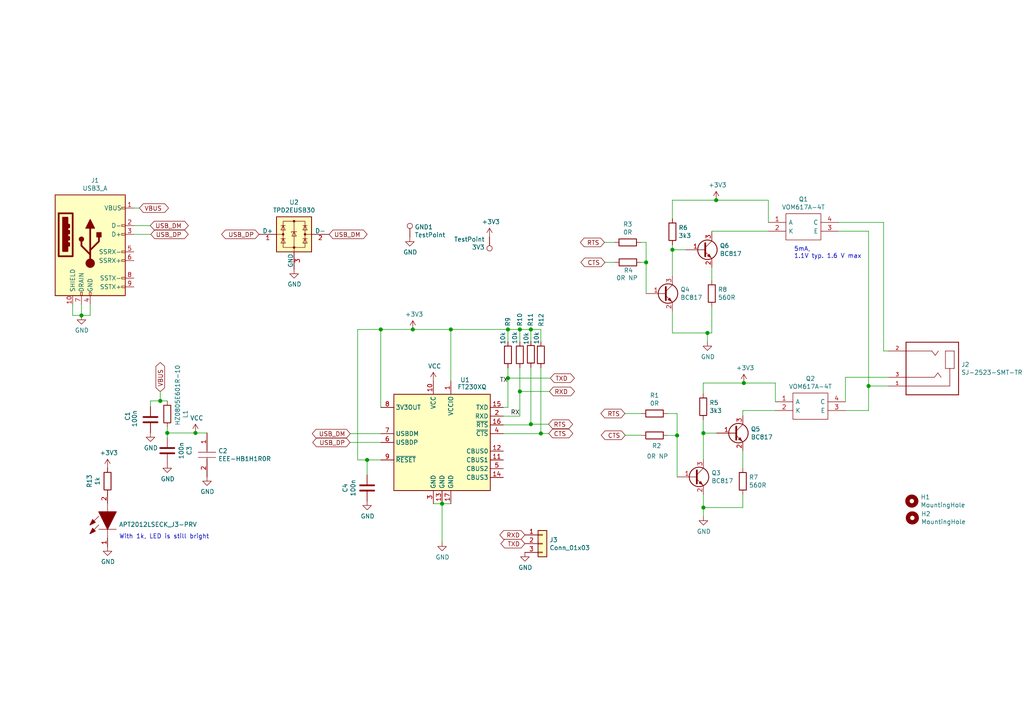
<source format=kicad_sch>
(kicad_sch (version 20201015) (generator eeschema)

  (page 1 1)

  (paper "A4")

  (lib_symbols
    (symbol "Connector:TestPoint" (pin_numbers hide) (pin_names (offset 0.762) hide) (in_bom yes) (on_board yes)
      (property "Reference" "TP" (id 0) (at 0 6.858 0)
        (effects (font (size 1.27 1.27)))
      )
      (property "Value" "TestPoint" (id 1) (at 0 5.08 0)
        (effects (font (size 1.27 1.27)))
      )
      (property "Footprint" "" (id 2) (at 5.08 0 0)
        (effects (font (size 1.27 1.27)) hide)
      )
      (property "Datasheet" "~" (id 3) (at 5.08 0 0)
        (effects (font (size 1.27 1.27)) hide)
      )
      (property "ki_keywords" "test point tp" (id 4) (at 0 0 0)
        (effects (font (size 1.27 1.27)) hide)
      )
      (property "ki_description" "test point" (id 5) (at 0 0 0)
        (effects (font (size 1.27 1.27)) hide)
      )
      (property "ki_fp_filters" "Pin* Test*" (id 6) (at 0 0 0)
        (effects (font (size 1.27 1.27)) hide)
      )
      (symbol "TestPoint_0_1"
        (circle (center 0 3.302) (radius 0.762) (stroke (width 0)) (fill (type none)))
      )
      (symbol "TestPoint_1_1"
        (pin passive line (at 0 0 90) (length 2.54)
          (name "1" (effects (font (size 1.27 1.27))))
          (number "1" (effects (font (size 1.27 1.27))))
        )
      )
    )
    (symbol "Connector:USB3_A" (pin_names (offset 1.016)) (in_bom yes) (on_board yes)
      (property "Reference" "J" (id 0) (at -10.16 15.24 0)
        (effects (font (size 1.27 1.27)) (justify left))
      )
      (property "Value" "USB3_A" (id 1) (at 10.16 15.24 0)
        (effects (font (size 1.27 1.27)) (justify right))
      )
      (property "Footprint" "" (id 2) (at 3.81 2.54 0)
        (effects (font (size 1.27 1.27)) hide)
      )
      (property "Datasheet" "~" (id 3) (at 3.81 2.54 0)
        (effects (font (size 1.27 1.27)) hide)
      )
      (property "ki_keywords" "usb universal serial bus" (id 4) (at 0 0 0)
        (effects (font (size 1.27 1.27)) hide)
      )
      (property "ki_description" "USB 3.0 A connector" (id 5) (at 0 0 0)
        (effects (font (size 1.27 1.27)) hide)
      )
      (symbol "USB3_A_0_0"
        (rectangle (start -9.144 8.636) (end -5.08 -3.81)
          (stroke (width 0.508)) (fill (type none))
        )
        (rectangle (start -7.874 7.366) (end -6.604 -2.286)
          (stroke (width 0.508)) (fill (type outline))
        )
        (rectangle (start -6.35 0) (end -6.096 -0.762)
          (stroke (width 0.508)) (fill (type none))
        )
        (rectangle (start -6.35 1.778) (end -6.096 1.016)
          (stroke (width 0.508)) (fill (type none))
        )
        (rectangle (start -6.35 3.556) (end -6.096 2.794)
          (stroke (width 0.508)) (fill (type none))
        )
        (rectangle (start -6.35 5.334) (end -6.096 4.572)
          (stroke (width 0.508)) (fill (type none))
        )
        (rectangle (start -2.794 -15.24) (end -2.286 -14.224)
          (stroke (width 0)) (fill (type none))
        )
        (rectangle (start -0.254 -15.24) (end 0.254 -14.224)
          (stroke (width 0)) (fill (type none))
        )
        (rectangle (start 10.16 -12.446) (end 9.144 -12.954)
          (stroke (width 0)) (fill (type none))
        )
        (rectangle (start 10.16 -9.906) (end 9.144 -10.414)
          (stroke (width 0)) (fill (type none))
        )
        (rectangle (start 10.16 -4.826) (end 9.144 -5.334)
          (stroke (width 0)) (fill (type none))
        )
        (rectangle (start 10.16 -2.286) (end 9.144 -2.794)
          (stroke (width 0)) (fill (type none))
        )
        (rectangle (start 10.16 2.794) (end 9.144 2.286)
          (stroke (width 0)) (fill (type none))
        )
        (rectangle (start 10.16 5.334) (end 9.144 4.826)
          (stroke (width 0)) (fill (type none))
        )
        (rectangle (start 10.16 10.414) (end 9.144 9.906)
          (stroke (width 0)) (fill (type none))
        )
      )
      (symbol "USB3_A_0_1"
        (rectangle (start -10.16 13.97) (end 10.16 -15.24)
          (stroke (width 0.254)) (fill (type background))
        )
      )
      (symbol "USB3_A_1_1"
        (circle (center -2.54 1.143) (radius 0.635) (stroke (width 0.254)) (fill (type outline)))
        (circle (center 0 -5.842) (radius 1.27) (stroke (width 0)) (fill (type outline)))
        (rectangle (start 1.905 1.778) (end 3.175 3.048)
          (stroke (width 0.254)) (fill (type outline))
        )
        (polyline
          (pts
            (xy 0 -5.842)
            (xy 0 4.318)
          )
          (stroke (width 0.508)) (fill (type none))
        )
        (polyline
          (pts
            (xy 0 -3.302)
            (xy -2.54 -0.762)
            (xy -2.54 0.508)
          )
          (stroke (width 0.508)) (fill (type none))
        )
        (polyline
          (pts
            (xy 0 -2.032)
            (xy 2.54 0.508)
            (xy 2.54 1.778)
          )
          (stroke (width 0.508)) (fill (type none))
        )
        (polyline
          (pts
            (xy -1.27 4.318)
            (xy 0 6.858)
            (xy 1.27 4.318)
            (xy -1.27 4.318)
          )
          (stroke (width 0.254)) (fill (type outline))
        )
        (pin power_in line (at 12.7 10.16 180) (length 2.54)
          (name "VBUS" (effects (font (size 1.27 1.27))))
          (number "1" (effects (font (size 1.27 1.27))))
        )
        (pin passive line (at -5.08 -17.78 90) (length 2.54)
          (name "SHIELD" (effects (font (size 1.27 1.27))))
          (number "10" (effects (font (size 1.27 1.27))))
        )
        (pin bidirectional line (at 12.7 5.08 180) (length 2.54)
          (name "D-" (effects (font (size 1.27 1.27))))
          (number "2" (effects (font (size 1.27 1.27))))
        )
        (pin bidirectional line (at 12.7 2.54 180) (length 2.54)
          (name "D+" (effects (font (size 1.27 1.27))))
          (number "3" (effects (font (size 1.27 1.27))))
        )
        (pin power_in line (at 0 -17.78 90) (length 2.54)
          (name "GND" (effects (font (size 1.27 1.27))))
          (number "4" (effects (font (size 1.27 1.27))))
        )
        (pin output line (at 12.7 -2.54 180) (length 2.54)
          (name "SSRX-" (effects (font (size 1.27 1.27))))
          (number "5" (effects (font (size 1.27 1.27))))
        )
        (pin output line (at 12.7 -5.08 180) (length 2.54)
          (name "SSRX+" (effects (font (size 1.27 1.27))))
          (number "6" (effects (font (size 1.27 1.27))))
        )
        (pin passive line (at -2.54 -17.78 90) (length 2.54)
          (name "DRAIN" (effects (font (size 1.27 1.27))))
          (number "7" (effects (font (size 1.27 1.27))))
        )
        (pin input line (at 12.7 -10.16 180) (length 2.54)
          (name "SSTX-" (effects (font (size 1.27 1.27))))
          (number "8" (effects (font (size 1.27 1.27))))
        )
        (pin input line (at 12.7 -12.7 180) (length 2.54)
          (name "SSTX+" (effects (font (size 1.27 1.27))))
          (number "9" (effects (font (size 1.27 1.27))))
        )
      )
    )
    (symbol "Connector_Generic:Conn_01x03" (pin_names (offset 1.016) hide) (in_bom yes) (on_board yes)
      (property "Reference" "J" (id 0) (at 0 5.08 0)
        (effects (font (size 1.27 1.27)))
      )
      (property "Value" "Conn_01x03" (id 1) (at 0 -5.08 0)
        (effects (font (size 1.27 1.27)))
      )
      (property "Footprint" "" (id 2) (at 0 0 0)
        (effects (font (size 1.27 1.27)) hide)
      )
      (property "Datasheet" "~" (id 3) (at 0 0 0)
        (effects (font (size 1.27 1.27)) hide)
      )
      (property "ki_keywords" "connector" (id 4) (at 0 0 0)
        (effects (font (size 1.27 1.27)) hide)
      )
      (property "ki_description" "Generic connector, single row, 01x03, script generated (kicad-library-utils/schlib/autogen/connector/)" (id 5) (at 0 0 0)
        (effects (font (size 1.27 1.27)) hide)
      )
      (property "ki_fp_filters" "Connector*:*_1x??_*" (id 6) (at 0 0 0)
        (effects (font (size 1.27 1.27)) hide)
      )
      (symbol "Conn_01x03_1_1"
        (rectangle (start -1.27 -2.413) (end 0 -2.667)
          (stroke (width 0.1524)) (fill (type none))
        )
        (rectangle (start -1.27 2.667) (end 0 2.413)
          (stroke (width 0.1524)) (fill (type none))
        )
        (rectangle (start -1.27 3.81) (end 1.27 -3.81)
          (stroke (width 0.254)) (fill (type background))
        )
        (rectangle (start -1.27 0.127) (end 0 -0.127)
          (stroke (width 0.1524)) (fill (type none))
        )
        (pin passive line (at -5.08 2.54 0) (length 3.81)
          (name "Pin_1" (effects (font (size 1.27 1.27))))
          (number "1" (effects (font (size 1.27 1.27))))
        )
        (pin passive line (at -5.08 0 0) (length 3.81)
          (name "Pin_2" (effects (font (size 1.27 1.27))))
          (number "2" (effects (font (size 1.27 1.27))))
        )
        (pin passive line (at -5.08 -2.54 0) (length 3.81)
          (name "Pin_3" (effects (font (size 1.27 1.27))))
          (number "3" (effects (font (size 1.27 1.27))))
        )
      )
    )
    (symbol "Device:C" (pin_numbers hide) (pin_names (offset 0.254)) (in_bom yes) (on_board yes)
      (property "Reference" "C" (id 0) (at 0.635 2.54 0)
        (effects (font (size 1.27 1.27)) (justify left))
      )
      (property "Value" "C" (id 1) (at 0.635 -2.54 0)
        (effects (font (size 1.27 1.27)) (justify left))
      )
      (property "Footprint" "" (id 2) (at 0.9652 -3.81 0)
        (effects (font (size 1.27 1.27)) hide)
      )
      (property "Datasheet" "~" (id 3) (at 0 0 0)
        (effects (font (size 1.27 1.27)) hide)
      )
      (property "ki_keywords" "cap capacitor" (id 4) (at 0 0 0)
        (effects (font (size 1.27 1.27)) hide)
      )
      (property "ki_description" "Unpolarized capacitor" (id 5) (at 0 0 0)
        (effects (font (size 1.27 1.27)) hide)
      )
      (property "ki_fp_filters" "C_*" (id 6) (at 0 0 0)
        (effects (font (size 1.27 1.27)) hide)
      )
      (symbol "C_0_1"
        (polyline
          (pts
            (xy -2.032 -0.762)
            (xy 2.032 -0.762)
          )
          (stroke (width 0.508)) (fill (type none))
        )
        (polyline
          (pts
            (xy -2.032 0.762)
            (xy 2.032 0.762)
          )
          (stroke (width 0.508)) (fill (type none))
        )
      )
      (symbol "C_1_1"
        (pin passive line (at 0 3.81 270) (length 2.794)
          (name "~" (effects (font (size 1.27 1.27))))
          (number "1" (effects (font (size 1.27 1.27))))
        )
        (pin passive line (at 0 -3.81 90) (length 2.794)
          (name "~" (effects (font (size 1.27 1.27))))
          (number "2" (effects (font (size 1.27 1.27))))
        )
      )
    )
    (symbol "Device:R" (pin_numbers hide) (pin_names (offset 0)) (in_bom yes) (on_board yes)
      (property "Reference" "R" (id 0) (at 2.032 0 90)
        (effects (font (size 1.27 1.27)))
      )
      (property "Value" "R" (id 1) (at 0 0 90)
        (effects (font (size 1.27 1.27)))
      )
      (property "Footprint" "" (id 2) (at -1.778 0 90)
        (effects (font (size 1.27 1.27)) hide)
      )
      (property "Datasheet" "~" (id 3) (at 0 0 0)
        (effects (font (size 1.27 1.27)) hide)
      )
      (property "ki_keywords" "R res resistor" (id 4) (at 0 0 0)
        (effects (font (size 1.27 1.27)) hide)
      )
      (property "ki_description" "Resistor" (id 5) (at 0 0 0)
        (effects (font (size 1.27 1.27)) hide)
      )
      (property "ki_fp_filters" "R_*" (id 6) (at 0 0 0)
        (effects (font (size 1.27 1.27)) hide)
      )
      (symbol "R_0_1"
        (rectangle (start -1.016 -2.54) (end 1.016 2.54)
          (stroke (width 0.254)) (fill (type none))
        )
      )
      (symbol "R_1_1"
        (pin passive line (at 0 3.81 270) (length 1.27)
          (name "~" (effects (font (size 1.27 1.27))))
          (number "1" (effects (font (size 1.27 1.27))))
        )
        (pin passive line (at 0 -3.81 90) (length 1.27)
          (name "~" (effects (font (size 1.27 1.27))))
          (number "2" (effects (font (size 1.27 1.27))))
        )
      )
    )
    (symbol "Interface_USB:FT230XQ" (in_bom yes) (on_board yes)
      (property "Reference" "U" (id 0) (at -13.97 15.24 0)
        (effects (font (size 1.27 1.27)) (justify left))
      )
      (property "Value" "FT230XQ" (id 1) (at 7.62 15.24 0)
        (effects (font (size 1.27 1.27)) (justify left))
      )
      (property "Footprint" "Package_DFN_QFN:QFN-16-1EP_4x4mm_P0.65mm_EP2.1x2.1mm" (id 2) (at 34.29 -15.24 0)
        (effects (font (size 1.27 1.27)) hide)
      )
      (property "Datasheet" "https://www.ftdichip.com/Support/Documents/DataSheets/ICs/DS_FT230X.pdf" (id 3) (at 0 0 0)
        (effects (font (size 1.27 1.27)) hide)
      )
      (property "ki_keywords" "FTDI USB UART interface converter" (id 4) (at 0 0 0)
        (effects (font (size 1.27 1.27)) hide)
      )
      (property "ki_description" "Full Speed USB to Basic UART, QFN-16" (id 5) (at 0 0 0)
        (effects (font (size 1.27 1.27)) hide)
      )
      (property "ki_fp_filters" "QFN*1EP*4x4mm*P0.65mm*" (id 6) (at 0 0 0)
        (effects (font (size 1.27 1.27)) hide)
      )
      (symbol "FT230XQ_0_1"
        (rectangle (start -13.97 13.97) (end 13.97 -13.97)
          (stroke (width 0.254)) (fill (type background))
        )
      )
      (symbol "FT230XQ_1_1"
        (pin power_in line (at 2.54 17.78 270) (length 3.81)
          (name "VCCIO" (effects (font (size 1.27 1.27))))
          (number "1" (effects (font (size 1.27 1.27))))
        )
        (pin power_in line (at -2.54 17.78 270) (length 3.81)
          (name "VCC" (effects (font (size 1.27 1.27))))
          (number "10" (effects (font (size 1.27 1.27))))
        )
        (pin bidirectional line (at 17.78 -5.08 180) (length 3.81)
          (name "CBUS1" (effects (font (size 1.27 1.27))))
          (number "11" (effects (font (size 1.27 1.27))))
        )
        (pin bidirectional line (at 17.78 -2.54 180) (length 3.81)
          (name "CBUS0" (effects (font (size 1.27 1.27))))
          (number "12" (effects (font (size 1.27 1.27))))
        )
        (pin power_in line (at 0 -17.78 90) (length 3.81)
          (name "GND" (effects (font (size 1.27 1.27))))
          (number "13" (effects (font (size 1.27 1.27))))
        )
        (pin bidirectional line (at 17.78 -10.16 180) (length 3.81)
          (name "CBUS3" (effects (font (size 1.27 1.27))))
          (number "14" (effects (font (size 1.27 1.27))))
        )
        (pin output line (at 17.78 10.16 180) (length 3.81)
          (name "TXD" (effects (font (size 1.27 1.27))))
          (number "15" (effects (font (size 1.27 1.27))))
        )
        (pin output line (at 17.78 5.08 180) (length 3.81)
          (name "~RTS" (effects (font (size 1.27 1.27))))
          (number "16" (effects (font (size 1.27 1.27))))
        )
        (pin power_in line (at 2.54 -17.78 90) (length 3.81)
          (name "GND" (effects (font (size 1.27 1.27))))
          (number "17" (effects (font (size 1.27 1.27))))
        )
        (pin input line (at 17.78 7.62 180) (length 3.81)
          (name "RXD" (effects (font (size 1.27 1.27))))
          (number "2" (effects (font (size 1.27 1.27))))
        )
        (pin power_in line (at -2.54 -17.78 90) (length 3.81)
          (name "GND" (effects (font (size 1.27 1.27))))
          (number "3" (effects (font (size 1.27 1.27))))
        )
        (pin input line (at 17.78 2.54 180) (length 3.81)
          (name "~CTS" (effects (font (size 1.27 1.27))))
          (number "4" (effects (font (size 1.27 1.27))))
        )
        (pin bidirectional line (at 17.78 -7.62 180) (length 3.81)
          (name "CBUS2" (effects (font (size 1.27 1.27))))
          (number "5" (effects (font (size 1.27 1.27))))
        )
        (pin bidirectional line (at -17.78 0 0) (length 3.81)
          (name "USBDP" (effects (font (size 1.27 1.27))))
          (number "6" (effects (font (size 1.27 1.27))))
        )
        (pin bidirectional line (at -17.78 2.54 0) (length 3.81)
          (name "USBDM" (effects (font (size 1.27 1.27))))
          (number "7" (effects (font (size 1.27 1.27))))
        )
        (pin power_out line (at -17.78 10.16 0) (length 3.81)
          (name "3V3OUT" (effects (font (size 1.27 1.27))))
          (number "8" (effects (font (size 1.27 1.27))))
        )
        (pin input line (at -17.78 -5.08 0) (length 3.81)
          (name "~RESET" (effects (font (size 1.27 1.27))))
          (number "9" (effects (font (size 1.27 1.27))))
        )
      )
    )
    (symbol "Mechanical:MountingHole" (pin_names (offset 1.016)) (in_bom yes) (on_board yes)
      (property "Reference" "H" (id 0) (at 0 5.08 0)
        (effects (font (size 1.27 1.27)))
      )
      (property "Value" "MountingHole" (id 1) (at 0 3.175 0)
        (effects (font (size 1.27 1.27)))
      )
      (property "Footprint" "" (id 2) (at 0 0 0)
        (effects (font (size 1.27 1.27)) hide)
      )
      (property "Datasheet" "~" (id 3) (at 0 0 0)
        (effects (font (size 1.27 1.27)) hide)
      )
      (property "ki_keywords" "mounting hole" (id 4) (at 0 0 0)
        (effects (font (size 1.27 1.27)) hide)
      )
      (property "ki_description" "Mounting Hole without connection" (id 5) (at 0 0 0)
        (effects (font (size 1.27 1.27)) hide)
      )
      (property "ki_fp_filters" "MountingHole*" (id 6) (at 0 0 0)
        (effects (font (size 1.27 1.27)) hide)
      )
      (symbol "MountingHole_0_1"
        (circle (center 0 0) (radius 1.27) (stroke (width 1.27)) (fill (type none)))
      )
    )
    (symbol "Power_Protection:TPD2EUSB30" (pin_names (offset 0)) (in_bom yes) (on_board yes)
      (property "Reference" "U" (id 0) (at 0 6.35 0)
        (effects (font (size 1.27 1.27)))
      )
      (property "Value" "TPD2EUSB30" (id 1) (at 7.62 -7.62 0)
        (effects (font (size 1.27 1.27)))
      )
      (property "Footprint" "Package_TO_SOT_SMD:Texas_DRT-3" (id 2) (at -19.05 -7.62 0)
        (effects (font (size 1.27 1.27)) hide)
      )
      (property "Datasheet" "http://www.ti.com/lit/ds/symlink/tpd2eusb30a.pdf" (id 3) (at 0 0 0)
        (effects (font (size 1.27 1.27)) hide)
      )
      (property "ki_keywords" "ESD protection USB 3.0" (id 4) (at 0 0 0)
        (effects (font (size 1.27 1.27)) hide)
      )
      (property "ki_description" "2-Channel ESD Protection for Super-Speed USB 3.0 Interface, DRT-3" (id 5) (at 0 0 0)
        (effects (font (size 1.27 1.27)) hide)
      )
      (property "ki_fp_filters" "Texas*DRT*" (id 6) (at 0 0 0)
        (effects (font (size 1.27 1.27)) hide)
      )
      (symbol "TPD2EUSB30_0_1"
        (circle (center -3.175 0) (radius 0.2794) (stroke (width 0)) (fill (type outline)))
        (circle (center 0 -3.81) (radius 0.2794) (stroke (width 0)) (fill (type outline)))
        (circle (center 0 3.81) (radius 0.2794) (stroke (width 0)) (fill (type outline)))
        (circle (center 3.175 0) (radius 0.2794) (stroke (width 0)) (fill (type outline)))
        (rectangle (start -5.08 5.08) (end 5.08 -5.08)
          (stroke (width 0.254)) (fill (type background))
        )
        (rectangle (start -3.175 3.81) (end 3.175 -3.81)
          (stroke (width 0)) (fill (type none))
        )
        (polyline
          (pts
            (xy -5.08 0)
            (xy -3.175 0)
          )
          (stroke (width 0)) (fill (type none))
        )
        (polyline
          (pts
            (xy -3.81 -1.27)
            (xy -2.54 -1.27)
          )
          (stroke (width 0)) (fill (type none))
        )
        (polyline
          (pts
            (xy -3.81 2.54)
            (xy -2.54 2.54)
          )
          (stroke (width 0)) (fill (type none))
        )
        (polyline
          (pts
            (xy 0 3.81)
            (xy 0 -5.08)
          )
          (stroke (width 0)) (fill (type none))
        )
        (polyline
          (pts
            (xy 2.54 -1.27)
            (xy 3.81 -1.27)
          )
          (stroke (width 0)) (fill (type none))
        )
        (polyline
          (pts
            (xy 2.54 2.54)
            (xy 3.81 2.54)
          )
          (stroke (width 0)) (fill (type none))
        )
        (polyline
          (pts
            (xy 5.08 0)
            (xy 3.175 0)
          )
          (stroke (width 0)) (fill (type none))
        )
        (polyline
          (pts
            (xy 0.762 0.762)
            (xy -0.762 0.762)
            (xy -0.762 0.508)
          )
          (stroke (width 0)) (fill (type none))
        )
        (polyline
          (pts
            (xy -2.54 -2.54)
            (xy -3.81 -2.54)
            (xy -3.175 -1.27)
            (xy -2.54 -2.54)
          )
          (stroke (width 0)) (fill (type none))
        )
        (polyline
          (pts
            (xy -2.54 1.27)
            (xy -3.81 1.27)
            (xy -3.175 2.54)
            (xy -2.54 1.27)
          )
          (stroke (width 0)) (fill (type none))
        )
        (polyline
          (pts
            (xy 0.635 -0.508)
            (xy -0.635 -0.508)
            (xy 0 0.762)
            (xy 0.635 -0.508)
          )
          (stroke (width 0)) (fill (type none))
        )
        (polyline
          (pts
            (xy 3.81 -2.54)
            (xy 2.54 -2.54)
            (xy 3.175 -1.27)
            (xy 3.81 -2.54)
          )
          (stroke (width 0)) (fill (type none))
        )
        (polyline
          (pts
            (xy 3.81 1.27)
            (xy 2.54 1.27)
            (xy 3.175 2.54)
            (xy 3.81 1.27)
          )
          (stroke (width 0)) (fill (type none))
        )
      )
      (symbol "TPD2EUSB30_1_1"
        (pin passive line (at -10.16 0 0) (length 5.08)
          (name "D+" (effects (font (size 1.27 1.27))))
          (number "1" (effects (font (size 1.27 1.27))))
        )
        (pin passive line (at 10.16 0 180) (length 5.08)
          (name "D-" (effects (font (size 1.27 1.27))))
          (number "2" (effects (font (size 1.27 1.27))))
        )
        (pin passive line (at 0 -10.16 90) (length 5.08)
          (name "GND" (effects (font (size 1.27 1.27))))
          (number "3" (effects (font (size 1.27 1.27))))
        )
      )
    )
    (symbol "SJ-2523-SMT-TR:SJ-2523-SMT-TR" (pin_names (offset 1.016) hide) (in_bom yes) (on_board yes)
      (property "Reference" "J" (id 0) (at -7.62 8.128 0)
        (effects (font (size 1.27 1.27)) (justify left bottom))
      )
      (property "Value" "SJ-2523-SMT-TR" (id 1) (at -7.62 -9.652 0)
        (effects (font (size 1.27 1.27)) (justify left bottom))
      )
      (property "Footprint" "CUI_SJ-2523-SMT-TR" (id 2) (at 0 0 0)
        (effects (font (size 1.27 1.27)) (justify left bottom) hide)
      )
      (property "Datasheet" "1.02" (id 3) (at 0 0 0)
        (effects (font (size 1.27 1.27)) (justify left bottom) hide)
      )
      (property "Field4" "Manufacturer Recommendation" (id 4) (at 0 0 0)
        (effects (font (size 1.27 1.27)) (justify left bottom) hide)
      )
      (property "Field5" "CUI Inc." (id 5) (at 0 0 0)
        (effects (font (size 1.27 1.27)) (justify left bottom) hide)
      )
      (property "ki_locked" "" (id 6) (at 0 0 0)
        (effects (font (size 1.27 1.27)))
      )
      (symbol "SJ-2523-SMT-TR_0_0"
        (polyline
          (pts
            (xy 7.62 -7.62)
            (xy 7.62 -5.08)
          )
          (stroke (width 0.254)) (fill (type none))
        )
        (polyline
          (pts
            (xy 7.62 -5.08)
            (xy 7.62 2.54)
          )
          (stroke (width 0.254)) (fill (type none))
        )
        (polyline
          (pts
            (xy 7.62 2.54)
            (xy 7.62 5.08)
          )
          (stroke (width 0.254)) (fill (type none))
        )
        (polyline
          (pts
            (xy 7.62 5.08)
            (xy 7.62 7.62)
          )
          (stroke (width 0.254)) (fill (type none))
        )
        (polyline
          (pts
            (xy 7.62 7.62)
            (xy -7.62 7.62)
          )
          (stroke (width 0.254)) (fill (type none))
        )
        (polyline
          (pts
            (xy -7.62 7.62)
            (xy -7.62 -7.62)
          )
          (stroke (width 0.254)) (fill (type none))
        )
        (polyline
          (pts
            (xy -7.62 -7.62)
            (xy 7.62 -7.62)
          )
          (stroke (width 0.254)) (fill (type none))
        )
        (polyline
          (pts
            (xy 7.62 2.54)
            (xy -0.635 2.54)
          )
          (stroke (width 0.1524)) (fill (type none))
        )
        (polyline
          (pts
            (xy -0.635 2.54)
            (xy -1.6002 1.27)
          )
          (stroke (width 0.1524)) (fill (type none))
        )
        (polyline
          (pts
            (xy -1.6002 1.27)
            (xy -2.54 2.54)
          )
          (stroke (width 0.1524)) (fill (type none))
        )
        (polyline
          (pts
            (xy 7.62 -5.08)
            (xy 0.127 -5.08)
          )
          (stroke (width 0.1524)) (fill (type none))
        )
        (polyline
          (pts
            (xy 0.127 -5.08)
            (xy -0.8382 -3.81)
          )
          (stroke (width 0.1524)) (fill (type none))
        )
        (polyline
          (pts
            (xy -0.8382 -3.81)
            (xy -1.778 -5.08)
          )
          (stroke (width 0.1524)) (fill (type none))
        )
        (polyline
          (pts
            (xy 7.62 5.08)
            (xy -5.08 5.08)
          )
          (stroke (width 0.1524)) (fill (type none))
        )
        (polyline
          (pts
            (xy -5.08 5.08)
            (xy -5.08 0)
          )
          (stroke (width 0.1524)) (fill (type none))
        )
        (polyline
          (pts
            (xy -6.35 0)
            (xy -5.08 0)
          )
          (stroke (width 0.1524)) (fill (type none))
        )
        (polyline
          (pts
            (xy -5.08 0)
            (xy -3.81 0)
          )
          (stroke (width 0.1524)) (fill (type none))
        )
        (polyline
          (pts
            (xy -3.81 0)
            (xy -3.81 -5.08)
          )
          (stroke (width 0.1524)) (fill (type none))
        )
        (polyline
          (pts
            (xy -3.81 -5.08)
            (xy -6.35 -5.08)
          )
          (stroke (width 0.1524)) (fill (type none))
        )
        (polyline
          (pts
            (xy -6.35 -5.08)
            (xy -6.35 0)
          )
          (stroke (width 0.1524)) (fill (type none))
        )
        (pin passive line (at 12.7 -5.08 180) (length 5.08)
          (name "~" (effects (font (size 1.016 1.016))))
          (number "2" (effects (font (size 1.016 1.016))))
        )
        (pin passive line (at 12.7 2.54 180) (length 5.08)
          (name "~" (effects (font (size 1.016 1.016))))
          (number "3" (effects (font (size 1.016 1.016))))
        )
        (pin passive line (at 12.7 5.08 180) (length 5.08)
          (name "~" (effects (font (size 1.016 1.016))))
          (number "1" (effects (font (size 1.016 1.016))))
        )
      )
    )
    (symbol "SamacSys_Parts:APT2012LSECK_J3-PRV" (pin_names (offset 0.762)) (in_bom yes) (on_board yes)
      (property "Reference" "LED" (id 0) (at 12.7 8.89 0)
        (effects (font (size 1.27 1.27)) (justify left bottom))
      )
      (property "Value" "APT2012LSECK_J3-PRV" (id 1) (at 12.7 6.35 0)
        (effects (font (size 1.27 1.27)) (justify left bottom))
      )
      (property "Footprint" "LEDC2012X75N" (id 2) (at 12.7 3.81 0)
        (effects (font (size 1.27 1.27)) (justify left bottom) hide)
      )
      (property "Datasheet" "http://www.kingbrightusa.com/images/catalog/SPEC/APT2012LSECK-J3-PRV.pdf" (id 3) (at 12.7 1.27 0)
        (effects (font (size 1.27 1.27)) (justify left bottom) hide)
      )
      (property "Description" "Standard LEDs - SMD 2.0X1.2MM LOW CRNT" (id 4) (at 12.7 -1.27 0)
        (effects (font (size 1.27 1.27)) (justify left bottom) hide)
      )
      (property "Height" "0.75" (id 5) (at 12.7 -3.81 0)
        (effects (font (size 1.27 1.27)) (justify left bottom) hide)
      )
      (property "Mouser Part Number" "604-APT2012LSECKJ3RV" (id 6) (at 12.7 -6.35 0)
        (effects (font (size 1.27 1.27)) (justify left bottom) hide)
      )
      (property "Mouser Price/Stock" "https://www.mouser.co.uk/ProductDetail/Kingbright/APT2012LSECK-J3-PRV?qs=6oMev5NRZMEkGJkKIsAalQ%3D%3D" (id 7) (at 12.7 -8.89 0)
        (effects (font (size 1.27 1.27)) (justify left bottom) hide)
      )
      (property "Manufacturer_Name" "Kingbright" (id 8) (at 12.7 -11.43 0)
        (effects (font (size 1.27 1.27)) (justify left bottom) hide)
      )
      (property "Manufacturer_Part_Number" "APT2012LSECK/J3-PRV" (id 9) (at 12.7 -13.97 0)
        (effects (font (size 1.27 1.27)) (justify left bottom) hide)
      )
      (property "ki_description" "Standard LEDs - SMD 2.0X1.2MM LOW CRNT" (id 10) (at 0 0 0)
        (effects (font (size 1.27 1.27)) hide)
      )
      (symbol "APT2012LSECK_J3-PRV_0_0"
        (pin passive line (at 0 0 0) (length 2.54)
          (name "~" (effects (font (size 1.27 1.27))))
          (number "1" (effects (font (size 1.27 1.27))))
        )
        (pin passive line (at 15.24 0 180) (length 2.54)
          (name "~" (effects (font (size 1.27 1.27))))
          (number "2" (effects (font (size 1.27 1.27))))
        )
      )
      (symbol "APT2012LSECK_J3-PRV_0_1"
        (polyline
          (pts
            (xy 5.08 2.54)
            (xy 5.08 -2.54)
          )
          (stroke (width 0.1524)) (fill (type none))
        )
        (polyline
          (pts
            (xy 6.35 2.54)
            (xy 3.81 5.08)
          )
          (stroke (width 0.1524)) (fill (type none))
        )
        (polyline
          (pts
            (xy 8.89 2.54)
            (xy 6.35 5.08)
          )
          (stroke (width 0.1524)) (fill (type none))
        )
        (polyline
          (pts
            (xy 2.54 0)
            (xy 5.08 0)
          )
          (stroke (width 0.1524)) (fill (type none))
        )
        (polyline
          (pts
            (xy 10.16 0)
            (xy 12.7 0)
          )
          (stroke (width 0.1524)) (fill (type none))
        )
        (polyline
          (pts
            (xy 5.08 0)
            (xy 10.16 2.54)
            (xy 10.16 -2.54)
            (xy 5.08 0)
          )
          (stroke (width 0.254)) (fill (type outline))
        )
        (polyline
          (pts
            (xy 5.334 4.318)
            (xy 4.572 3.556)
            (xy 3.81 5.08)
            (xy 5.334 4.318)
          )
          (stroke (width 0.254)) (fill (type outline))
        )
        (polyline
          (pts
            (xy 7.874 4.318)
            (xy 7.112 3.556)
            (xy 6.35 5.08)
            (xy 7.874 4.318)
          )
          (stroke (width 0.254)) (fill (type outline))
        )
      )
    )
    (symbol "SamacSys_Parts:EEE-HB1H1R0R" (pin_names (offset 0.762)) (in_bom yes) (on_board yes)
      (property "Reference" "C" (id 0) (at 8.89 6.35 0)
        (effects (font (size 1.27 1.27)) (justify left))
      )
      (property "Value" "EEE-HB1H1R0R" (id 1) (at 8.89 3.81 0)
        (effects (font (size 1.27 1.27)) (justify left))
      )
      (property "Footprint" "CAPAE430X610N" (id 2) (at 8.89 1.27 0)
        (effects (font (size 1.27 1.27)) (justify left) hide)
      )
      (property "Datasheet" "https://industrial.panasonic.com/cdbs/www-data/pdf/RDE0000/ABA0000C1157.pdf" (id 3) (at 8.89 -1.27 0)
        (effects (font (size 1.27 1.27)) (justify left) hide)
      )
      (property "Description" "PANASONIC ELECTRONIC COMPONENTS - EEE-HB1H1R0R - ALUMINUM ELECTROLYTIC CAPACITOR, 1UF, 50V, 20%, SMD, FULL REEL" (id 4) (at 8.89 -3.81 0)
        (effects (font (size 1.27 1.27)) (justify left) hide)
      )
      (property "Height" "6.1" (id 5) (at 8.89 -6.35 0)
        (effects (font (size 1.27 1.27)) (justify left) hide)
      )
      (property "Mouser Part Number" "667-EEE-HB1H1R0R" (id 6) (at 8.89 -8.89 0)
        (effects (font (size 1.27 1.27)) (justify left) hide)
      )
      (property "Mouser Price/Stock" "https://www.mouser.co.uk/ProductDetail/Panasonic/EEE-HB1H1R0R?qs=Ywefl8B65e5th99arXiHIw%3D%3D" (id 7) (at 8.89 -11.43 0)
        (effects (font (size 1.27 1.27)) (justify left) hide)
      )
      (property "Manufacturer_Name" "Panasonic" (id 8) (at 8.89 -13.97 0)
        (effects (font (size 1.27 1.27)) (justify left) hide)
      )
      (property "Manufacturer_Part_Number" "EEE-HB1H1R0R" (id 9) (at 8.89 -16.51 0)
        (effects (font (size 1.27 1.27)) (justify left) hide)
      )
      (property "ki_description" "PANASONIC ELECTRONIC COMPONENTS - EEE-HB1H1R0R - ALUMINUM ELECTROLYTIC CAPACITOR, 1UF, 50V, 20%, SMD, FULL REEL" (id 10) (at 0 0 0)
        (effects (font (size 1.27 1.27)) hide)
      )
      (symbol "EEE-HB1H1R0R_0_0"
        (pin passive line (at 0 0 0) (length 5.08)
          (name "~" (effects (font (size 1.27 1.27))))
          (number "1" (effects (font (size 1.27 1.27))))
        )
        (pin passive line (at 12.7 0 180) (length 5.08)
          (name "~" (effects (font (size 1.27 1.27))))
          (number "2" (effects (font (size 1.27 1.27))))
        )
      )
      (symbol "EEE-HB1H1R0R_0_1"
        (polyline
          (pts
            (xy 5.588 2.54)
            (xy 5.588 -2.54)
          )
          (stroke (width 0.1524)) (fill (type none))
        )
        (polyline
          (pts
            (xy 7.112 2.54)
            (xy 7.112 -2.54)
          )
          (stroke (width 0.1524)) (fill (type none))
        )
        (polyline
          (pts
            (xy 5.08 0)
            (xy 5.588 0)
          )
          (stroke (width 0.1524)) (fill (type none))
        )
        (polyline
          (pts
            (xy 7.112 0)
            (xy 7.62 0)
          )
          (stroke (width 0.1524)) (fill (type none))
        )
      )
    )
    (symbol "SamacSys_Parts:VOM617A-4T" (pin_names (offset 0.762)) (in_bom yes) (on_board yes)
      (property "Reference" "Q" (id 0) (at 16.51 7.62 0)
        (effects (font (size 1.27 1.27)) (justify left))
      )
      (property "Value" "VOM617A-4T" (id 1) (at 16.51 5.08 0)
        (effects (font (size 1.27 1.27)) (justify left))
      )
      (property "Footprint" "VOM617A8X001T" (id 2) (at 16.51 2.54 0)
        (effects (font (size 1.27 1.27)) (justify left) hide)
      )
      (property "Datasheet" "https://www.vishay.com/docs/83446/vom617a.pdf" (id 3) (at 16.51 0 0)
        (effects (font (size 1.27 1.27)) (justify left) hide)
      )
      (property "Description" "Transistor Output Optocouplers Phototransistor Out CTR 160-320% 5mA" (id 4) (at 16.51 -2.54 0)
        (effects (font (size 1.27 1.27)) (justify left) hide)
      )
      (property "Height" "2" (id 5) (at 16.51 -5.08 0)
        (effects (font (size 1.27 1.27)) (justify left) hide)
      )
      (property "Mouser Part Number" "78-VOM617A-4T" (id 6) (at 16.51 -7.62 0)
        (effects (font (size 1.27 1.27)) (justify left) hide)
      )
      (property "Mouser Price/Stock" "https://www.mouser.co.uk/ProductDetail/Vishay-Semiconductors/VOM617A-4T?qs=9vrc9xEJKyxV3otnfVGuYg%3D%3D" (id 7) (at 16.51 -10.16 0)
        (effects (font (size 1.27 1.27)) (justify left) hide)
      )
      (property "Manufacturer_Name" "Vishay" (id 8) (at 16.51 -12.7 0)
        (effects (font (size 1.27 1.27)) (justify left) hide)
      )
      (property "Manufacturer_Part_Number" "VOM617A-4T" (id 9) (at 16.51 -15.24 0)
        (effects (font (size 1.27 1.27)) (justify left) hide)
      )
      (property "ki_description" "Transistor Output Optocouplers Phototransistor Out CTR 160-320% 5mA" (id 10) (at 0 0 0)
        (effects (font (size 1.27 1.27)) hide)
      )
      (symbol "VOM617A-4T_0_0"
        (pin passive line (at 0 0 0) (length 5.08)
          (name "A" (effects (font (size 1.27 1.27))))
          (number "1" (effects (font (size 1.27 1.27))))
        )
        (pin passive line (at 0 -2.54 0) (length 5.08)
          (name "K" (effects (font (size 1.27 1.27))))
          (number "2" (effects (font (size 1.27 1.27))))
        )
        (pin passive line (at 20.32 -2.54 180) (length 5.08)
          (name "E" (effects (font (size 1.27 1.27))))
          (number "3" (effects (font (size 1.27 1.27))))
        )
        (pin passive line (at 20.32 0 180) (length 5.08)
          (name "C" (effects (font (size 1.27 1.27))))
          (number "4" (effects (font (size 1.27 1.27))))
        )
      )
      (symbol "VOM617A-4T_0_1"
        (polyline
          (pts
            (xy 5.08 2.54)
            (xy 15.24 2.54)
            (xy 15.24 -5.08)
            (xy 5.08 -5.08)
            (xy 5.08 2.54)
          )
          (stroke (width 0.1524)) (fill (type none))
        )
      )
    )
    (symbol "Transistor_BJT:BC817" (pin_names (offset 0) hide) (in_bom yes) (on_board yes)
      (property "Reference" "Q" (id 0) (at 5.08 1.905 0)
        (effects (font (size 1.27 1.27)) (justify left))
      )
      (property "Value" "BC817" (id 1) (at 5.08 0 0)
        (effects (font (size 1.27 1.27)) (justify left))
      )
      (property "Footprint" "Package_TO_SOT_SMD:SOT-23" (id 2) (at 5.08 -1.905 0)
        (effects (font (size 1.27 1.27) italic) (justify left) hide)
      )
      (property "Datasheet" "https://www.onsemi.com/pub/Collateral/BC818-D.pdf" (id 3) (at 0 0 0)
        (effects (font (size 1.27 1.27)) (justify left) hide)
      )
      (property "ki_keywords" "NPN Transistor" (id 4) (at 0 0 0)
        (effects (font (size 1.27 1.27)) hide)
      )
      (property "ki_description" "0.8A Ic, 45V Vce, NPN Transistor, SOT-23" (id 5) (at 0 0 0)
        (effects (font (size 1.27 1.27)) hide)
      )
      (property "ki_fp_filters" "SOT?23*" (id 6) (at 0 0 0)
        (effects (font (size 1.27 1.27)) hide)
      )
      (symbol "BC817_0_1"
        (circle (center 1.27 0) (radius 2.8194) (stroke (width 0.254)) (fill (type none)))
        (polyline
          (pts
            (xy 0.635 0.635)
            (xy 2.54 2.54)
          )
          (stroke (width 0)) (fill (type none))
        )
        (polyline
          (pts
            (xy 0.635 -0.635)
            (xy 2.54 -2.54)
            (xy 2.54 -2.54)
          )
          (stroke (width 0)) (fill (type none))
        )
        (polyline
          (pts
            (xy 0.635 1.905)
            (xy 0.635 -1.905)
            (xy 0.635 -1.905)
          )
          (stroke (width 0.508)) (fill (type none))
        )
        (polyline
          (pts
            (xy 1.27 -1.778)
            (xy 1.778 -1.27)
            (xy 2.286 -2.286)
            (xy 1.27 -1.778)
            (xy 1.27 -1.778)
          )
          (stroke (width 0)) (fill (type outline))
        )
      )
      (symbol "BC817_1_1"
        (pin input line (at -5.08 0 0) (length 5.715)
          (name "B" (effects (font (size 1.27 1.27))))
          (number "1" (effects (font (size 1.27 1.27))))
        )
        (pin passive line (at 2.54 -5.08 90) (length 2.54)
          (name "E" (effects (font (size 1.27 1.27))))
          (number "2" (effects (font (size 1.27 1.27))))
        )
        (pin passive line (at 2.54 5.08 270) (length 2.54)
          (name "C" (effects (font (size 1.27 1.27))))
          (number "3" (effects (font (size 1.27 1.27))))
        )
      )
    )
    (symbol "power:+3.3V" (power) (pin_names (offset 0)) (in_bom yes) (on_board yes)
      (property "Reference" "#PWR" (id 0) (at 0 -3.81 0)
        (effects (font (size 1.27 1.27)) hide)
      )
      (property "Value" "+3.3V" (id 1) (at 0 3.556 0)
        (effects (font (size 1.27 1.27)))
      )
      (property "Footprint" "" (id 2) (at 0 0 0)
        (effects (font (size 1.27 1.27)) hide)
      )
      (property "Datasheet" "" (id 3) (at 0 0 0)
        (effects (font (size 1.27 1.27)) hide)
      )
      (property "ki_keywords" "power-flag" (id 4) (at 0 0 0)
        (effects (font (size 1.27 1.27)) hide)
      )
      (property "ki_description" "Power symbol creates a global label with name \"+3.3V\"" (id 5) (at 0 0 0)
        (effects (font (size 1.27 1.27)) hide)
      )
      (symbol "+3.3V_0_1"
        (polyline
          (pts
            (xy -0.762 1.27)
            (xy 0 2.54)
          )
          (stroke (width 0)) (fill (type none))
        )
        (polyline
          (pts
            (xy 0 0)
            (xy 0 2.54)
          )
          (stroke (width 0)) (fill (type none))
        )
        (polyline
          (pts
            (xy 0 2.54)
            (xy 0.762 1.27)
          )
          (stroke (width 0)) (fill (type none))
        )
      )
      (symbol "+3.3V_1_1"
        (pin power_in line (at 0 0 90) (length 0) hide
          (name "+3V3" (effects (font (size 1.27 1.27))))
          (number "1" (effects (font (size 1.27 1.27))))
        )
      )
    )
    (symbol "power:GND" (power) (pin_names (offset 0)) (in_bom yes) (on_board yes)
      (property "Reference" "#PWR" (id 0) (at 0 -6.35 0)
        (effects (font (size 1.27 1.27)) hide)
      )
      (property "Value" "GND" (id 1) (at 0 -3.81 0)
        (effects (font (size 1.27 1.27)))
      )
      (property "Footprint" "" (id 2) (at 0 0 0)
        (effects (font (size 1.27 1.27)) hide)
      )
      (property "Datasheet" "" (id 3) (at 0 0 0)
        (effects (font (size 1.27 1.27)) hide)
      )
      (property "ki_keywords" "power-flag" (id 4) (at 0 0 0)
        (effects (font (size 1.27 1.27)) hide)
      )
      (property "ki_description" "Power symbol creates a global label with name \"GND\" , ground" (id 5) (at 0 0 0)
        (effects (font (size 1.27 1.27)) hide)
      )
      (symbol "GND_0_1"
        (polyline
          (pts
            (xy 0 0)
            (xy 0 -1.27)
            (xy 1.27 -1.27)
            (xy 0 -2.54)
            (xy -1.27 -1.27)
            (xy 0 -1.27)
          )
          (stroke (width 0)) (fill (type none))
        )
      )
      (symbol "GND_1_1"
        (pin power_in line (at 0 0 270) (length 0) hide
          (name "GND" (effects (font (size 1.27 1.27))))
          (number "1" (effects (font (size 1.27 1.27))))
        )
      )
    )
    (symbol "power:VCC" (power) (pin_names (offset 0)) (in_bom yes) (on_board yes)
      (property "Reference" "#PWR" (id 0) (at 0 -3.81 0)
        (effects (font (size 1.27 1.27)) hide)
      )
      (property "Value" "VCC" (id 1) (at 0 3.81 0)
        (effects (font (size 1.27 1.27)))
      )
      (property "Footprint" "" (id 2) (at 0 0 0)
        (effects (font (size 1.27 1.27)) hide)
      )
      (property "Datasheet" "" (id 3) (at 0 0 0)
        (effects (font (size 1.27 1.27)) hide)
      )
      (property "ki_keywords" "power-flag" (id 4) (at 0 0 0)
        (effects (font (size 1.27 1.27)) hide)
      )
      (property "ki_description" "Power symbol creates a global label with name \"VCC\"" (id 5) (at 0 0 0)
        (effects (font (size 1.27 1.27)) hide)
      )
      (symbol "VCC_0_1"
        (polyline
          (pts
            (xy -0.762 1.27)
            (xy 0 2.54)
          )
          (stroke (width 0)) (fill (type none))
        )
        (polyline
          (pts
            (xy 0 0)
            (xy 0 2.54)
          )
          (stroke (width 0)) (fill (type none))
        )
        (polyline
          (pts
            (xy 0 2.54)
            (xy 0.762 1.27)
          )
          (stroke (width 0)) (fill (type none))
        )
      )
      (symbol "VCC_1_1"
        (pin power_in line (at 0 0 90) (length 0) hide
          (name "VCC" (effects (font (size 1.27 1.27))))
          (number "1" (effects (font (size 1.27 1.27))))
        )
      )
    )
  )

  (junction (at 23.622 91.4908) (diameter 1.016) (color 0 0 0 0))
  (junction (at 46.482 116.2812) (diameter 1.016) (color 0 0 0 0))
  (junction (at 48.514 125.5776) (diameter 1.016) (color 0 0 0 0))
  (junction (at 56.6928 125.5776) (diameter 1.016) (color 0 0 0 0))
  (junction (at 106.4768 133.4008) (diameter 1.016) (color 0 0 0 0))
  (junction (at 110.4392 95.5548) (diameter 1.016) (color 0 0 0 0))
  (junction (at 119.7356 95.5548) (diameter 1.016) (color 0 0 0 0))
  (junction (at 128.2192 146.1008) (diameter 1.016) (color 0 0 0 0))
  (junction (at 130.7592 95.5548) (diameter 1.016) (color 0 0 0 0))
  (junction (at 147.32 95.5548) (diameter 1.016) (color 0 0 0 0))
  (junction (at 147.32 109.6772) (diameter 1.016) (color 0 0 0 0))
  (junction (at 150.7744 95.5548) (diameter 1.016) (color 0 0 0 0))
  (junction (at 150.7744 113.538) (diameter 1.016) (color 0 0 0 0))
  (junction (at 153.9748 95.5548) (diameter 1.016) (color 0 0 0 0))
  (junction (at 153.9748 123.0376) (diameter 1.016) (color 0 0 0 0))
  (junction (at 156.8704 125.73) (diameter 1.016) (color 0 0 0 0))
  (junction (at 187.4012 76.0984) (diameter 1.016) (color 0 0 0 0))
  (junction (at 195.0212 72.4408) (diameter 1.016) (color 0 0 0 0))
  (junction (at 196.3928 126.2888) (diameter 1.016) (color 0 0 0 0))
  (junction (at 204.0128 125.6284) (diameter 1.016) (color 0 0 0 0))
  (junction (at 204.0128 147.2184) (diameter 1.016) (color 0 0 0 0))
  (junction (at 205.1812 96.5708) (diameter 1.016) (color 0 0 0 0))
  (junction (at 207.7212 58.0644) (diameter 1.016) (color 0 0 0 0))
  (junction (at 215.7476 111.0996) (diameter 1.016) (color 0 0 0 0))
  (junction (at 251.9172 111.9632) (diameter 1.016) (color 0 0 0 0))

  (wire (pts (xy 21.082 88.2904) (xy 21.082 91.4908))
    (stroke (width 0) (type solid) (color 0 0 0 0))
  )
  (wire (pts (xy 21.082 91.4908) (xy 23.622 91.4908))
    (stroke (width 0) (type solid) (color 0 0 0 0))
  )
  (wire (pts (xy 23.622 88.2904) (xy 23.622 91.4908))
    (stroke (width 0) (type solid) (color 0 0 0 0))
  )
  (wire (pts (xy 23.622 91.4908) (xy 26.162 91.4908))
    (stroke (width 0) (type solid) (color 0 0 0 0))
  )
  (wire (pts (xy 26.162 88.2904) (xy 26.162 91.4908))
    (stroke (width 0) (type solid) (color 0 0 0 0))
  )
  (wire (pts (xy 38.862 60.3504) (xy 40.4368 60.3504))
    (stroke (width 0) (type solid) (color 0 0 0 0))
  )
  (wire (pts (xy 38.862 65.4304) (xy 43.5864 65.4304))
    (stroke (width 0) (type solid) (color 0 0 0 0))
  )
  (wire (pts (xy 38.862 67.9704) (xy 43.7388 67.9704))
    (stroke (width 0) (type solid) (color 0 0 0 0))
  )
  (wire (pts (xy 43.6372 116.2812) (xy 46.482 116.2812))
    (stroke (width 0) (type solid) (color 0 0 0 0))
  )
  (wire (pts (xy 43.6372 117.9068) (xy 43.6372 116.2812))
    (stroke (width 0) (type solid) (color 0 0 0 0))
  )
  (wire (pts (xy 46.482 113.5888) (xy 46.482 116.2812))
    (stroke (width 0) (type solid) (color 0 0 0 0))
  )
  (wire (pts (xy 46.482 116.2812) (xy 48.514 116.2812))
    (stroke (width 0) (type solid) (color 0 0 0 0))
  )
  (wire (pts (xy 48.514 123.9012) (xy 48.514 125.5776))
    (stroke (width 0) (type solid) (color 0 0 0 0))
  )
  (wire (pts (xy 48.514 125.5776) (xy 48.514 126.8984))
    (stroke (width 0) (type solid) (color 0 0 0 0))
  )
  (wire (pts (xy 48.514 125.5776) (xy 56.6928 125.5776))
    (stroke (width 0) (type solid) (color 0 0 0 0))
  )
  (wire (pts (xy 56.6928 125.5776) (xy 60.0456 125.5776))
    (stroke (width 0) (type solid) (color 0 0 0 0))
  )
  (wire (pts (xy 101.5492 128.3208) (xy 110.4392 128.3208))
    (stroke (width 0) (type solid) (color 0 0 0 0))
  )
  (wire (pts (xy 101.6 125.7808) (xy 110.4392 125.7808))
    (stroke (width 0) (type solid) (color 0 0 0 0))
  )
  (wire (pts (xy 103.7336 95.5548) (xy 110.4392 95.5548))
    (stroke (width 0) (type solid) (color 0 0 0 0))
  )
  (wire (pts (xy 103.7336 133.4008) (xy 103.7336 95.5548))
    (stroke (width 0) (type solid) (color 0 0 0 0))
  )
  (wire (pts (xy 106.4768 133.4008) (xy 103.7336 133.4008))
    (stroke (width 0) (type solid) (color 0 0 0 0))
  )
  (wire (pts (xy 106.4768 133.4008) (xy 106.4768 137.7188))
    (stroke (width 0) (type solid) (color 0 0 0 0))
  )
  (wire (pts (xy 110.4392 95.5548) (xy 110.4392 118.1608))
    (stroke (width 0) (type solid) (color 0 0 0 0))
  )
  (wire (pts (xy 110.4392 95.5548) (xy 119.7356 95.5548))
    (stroke (width 0) (type solid) (color 0 0 0 0))
  )
  (wire (pts (xy 110.4392 133.4008) (xy 106.4768 133.4008))
    (stroke (width 0) (type solid) (color 0 0 0 0))
  )
  (wire (pts (xy 119.7356 95.5548) (xy 130.7592 95.5548))
    (stroke (width 0) (type solid) (color 0 0 0 0))
  )
  (wire (pts (xy 125.6792 146.1008) (xy 128.2192 146.1008))
    (stroke (width 0) (type solid) (color 0 0 0 0))
  )
  (wire (pts (xy 128.2192 146.1008) (xy 128.2192 157.226))
    (stroke (width 0) (type solid) (color 0 0 0 0))
  )
  (wire (pts (xy 128.2192 146.1008) (xy 130.7592 146.1008))
    (stroke (width 0) (type solid) (color 0 0 0 0))
  )
  (wire (pts (xy 130.7592 95.5548) (xy 147.32 95.5548))
    (stroke (width 0) (type solid) (color 0 0 0 0))
  )
  (wire (pts (xy 130.7592 110.5408) (xy 130.7592 95.5548))
    (stroke (width 0) (type solid) (color 0 0 0 0))
  )
  (wire (pts (xy 145.9992 118.1608) (xy 147.32 118.1608))
    (stroke (width 0) (type solid) (color 0 0 0 0))
  )
  (wire (pts (xy 145.9992 120.7008) (xy 150.7744 120.7008))
    (stroke (width 0) (type solid) (color 0 0 0 0))
  )
  (wire (pts (xy 145.9992 123.2408) (xy 153.9748 123.2408))
    (stroke (width 0) (type solid) (color 0 0 0 0))
  )
  (wire (pts (xy 145.9992 125.7808) (xy 156.8704 125.7808))
    (stroke (width 0) (type solid) (color 0 0 0 0))
  )
  (wire (pts (xy 147.32 95.5548) (xy 147.32 99.1108))
    (stroke (width 0) (type solid) (color 0 0 0 0))
  )
  (wire (pts (xy 147.32 95.5548) (xy 150.7744 95.5548))
    (stroke (width 0) (type solid) (color 0 0 0 0))
  )
  (wire (pts (xy 147.32 106.7308) (xy 147.32 109.6772))
    (stroke (width 0) (type solid) (color 0 0 0 0))
  )
  (wire (pts (xy 147.32 109.6772) (xy 147.32 118.1608))
    (stroke (width 0) (type solid) (color 0 0 0 0))
  )
  (wire (pts (xy 147.32 109.6772) (xy 159.6136 109.6772))
    (stroke (width 0) (type solid) (color 0 0 0 0))
  )
  (wire (pts (xy 150.7744 95.5548) (xy 150.7744 99.1108))
    (stroke (width 0) (type solid) (color 0 0 0 0))
  )
  (wire (pts (xy 150.7744 95.5548) (xy 153.9748 95.5548))
    (stroke (width 0) (type solid) (color 0 0 0 0))
  )
  (wire (pts (xy 150.7744 106.7308) (xy 150.7744 113.538))
    (stroke (width 0) (type solid) (color 0 0 0 0))
  )
  (wire (pts (xy 150.7744 113.538) (xy 159.3596 113.538))
    (stroke (width 0) (type solid) (color 0 0 0 0))
  )
  (wire (pts (xy 150.7744 120.7008) (xy 150.7744 113.538))
    (stroke (width 0) (type solid) (color 0 0 0 0))
  )
  (wire (pts (xy 153.9748 95.5548) (xy 153.9748 98.9584))
    (stroke (width 0) (type solid) (color 0 0 0 0))
  )
  (wire (pts (xy 153.9748 95.5548) (xy 156.8704 95.5548))
    (stroke (width 0) (type solid) (color 0 0 0 0))
  )
  (wire (pts (xy 153.9748 123.0376) (xy 153.9748 106.5784))
    (stroke (width 0) (type solid) (color 0 0 0 0))
  )
  (wire (pts (xy 153.9748 123.0376) (xy 159.1056 123.0376))
    (stroke (width 0) (type solid) (color 0 0 0 0))
  )
  (wire (pts (xy 153.9748 123.2408) (xy 153.9748 123.0376))
    (stroke (width 0) (type solid) (color 0 0 0 0))
  )
  (wire (pts (xy 156.8704 95.5548) (xy 156.8704 99.1108))
    (stroke (width 0) (type solid) (color 0 0 0 0))
  )
  (wire (pts (xy 156.8704 106.7308) (xy 156.8704 125.73))
    (stroke (width 0) (type solid) (color 0 0 0 0))
  )
  (wire (pts (xy 156.8704 125.73) (xy 156.8704 125.7808))
    (stroke (width 0) (type solid) (color 0 0 0 0))
  )
  (wire (pts (xy 159.1564 125.73) (xy 156.8704 125.73))
    (stroke (width 0) (type solid) (color 0 0 0 0))
  )
  (wire (pts (xy 175.3108 70.3072) (xy 178.2572 70.3072))
    (stroke (width 0) (type solid) (color 0 0 0 0))
  )
  (wire (pts (xy 175.4632 76.0984) (xy 178.308 76.0984))
    (stroke (width 0) (type solid) (color 0 0 0 0))
  )
  (wire (pts (xy 181.2544 119.9388) (xy 186.0296 119.9388))
    (stroke (width 0) (type solid) (color 0 0 0 0))
  )
  (wire (pts (xy 181.356 126.238) (xy 186.0296 126.238))
    (stroke (width 0) (type solid) (color 0 0 0 0))
  )
  (wire (pts (xy 185.8772 70.3072) (xy 187.4012 70.3072))
    (stroke (width 0) (type solid) (color 0 0 0 0))
  )
  (wire (pts (xy 185.928 76.0984) (xy 187.4012 76.0984))
    (stroke (width 0) (type solid) (color 0 0 0 0))
  )
  (wire (pts (xy 186.0296 126.238) (xy 186.0296 126.2888))
    (stroke (width 0) (type solid) (color 0 0 0 0))
  )
  (wire (pts (xy 187.4012 70.3072) (xy 187.4012 76.0984))
    (stroke (width 0) (type solid) (color 0 0 0 0))
  )
  (wire (pts (xy 187.4012 76.0984) (xy 187.4012 85.1408))
    (stroke (width 0) (type solid) (color 0 0 0 0))
  )
  (wire (pts (xy 193.6496 119.9388) (xy 196.3928 119.9388))
    (stroke (width 0) (type solid) (color 0 0 0 0))
  )
  (wire (pts (xy 193.6496 126.2888) (xy 196.3928 126.2888))
    (stroke (width 0) (type solid) (color 0 0 0 0))
  )
  (wire (pts (xy 195.0212 58.0644) (xy 207.7212 58.0644))
    (stroke (width 0) (type solid) (color 0 0 0 0))
  )
  (wire (pts (xy 195.0212 63.3984) (xy 195.0212 58.0644))
    (stroke (width 0) (type solid) (color 0 0 0 0))
  )
  (wire (pts (xy 195.0212 71.0184) (xy 195.0212 72.4408))
    (stroke (width 0) (type solid) (color 0 0 0 0))
  )
  (wire (pts (xy 195.0212 72.4408) (xy 198.8312 72.4408))
    (stroke (width 0) (type solid) (color 0 0 0 0))
  )
  (wire (pts (xy 195.0212 80.0608) (xy 195.0212 72.4408))
    (stroke (width 0) (type solid) (color 0 0 0 0))
  )
  (wire (pts (xy 195.0212 90.2208) (xy 195.0212 96.5708))
    (stroke (width 0) (type solid) (color 0 0 0 0))
  )
  (wire (pts (xy 195.0212 96.5708) (xy 205.1812 96.5708))
    (stroke (width 0) (type solid) (color 0 0 0 0))
  )
  (wire (pts (xy 196.3928 119.9388) (xy 196.3928 126.2888))
    (stroke (width 0) (type solid) (color 0 0 0 0))
  )
  (wire (pts (xy 196.3928 126.2888) (xy 196.3928 138.3284))
    (stroke (width 0) (type solid) (color 0 0 0 0))
  )
  (wire (pts (xy 203.962 111.0996) (xy 215.7476 111.0996))
    (stroke (width 0) (type solid) (color 0 0 0 0))
  )
  (wire (pts (xy 203.962 114.1476) (xy 203.962 111.0996))
    (stroke (width 0) (type solid) (color 0 0 0 0))
  )
  (wire (pts (xy 203.962 121.7676) (xy 203.962 125.6284))
    (stroke (width 0) (type solid) (color 0 0 0 0))
  )
  (wire (pts (xy 203.962 125.6284) (xy 204.0128 125.6284))
    (stroke (width 0) (type solid) (color 0 0 0 0))
  )
  (wire (pts (xy 204.0128 125.6284) (xy 207.8228 125.6284))
    (stroke (width 0) (type solid) (color 0 0 0 0))
  )
  (wire (pts (xy 204.0128 133.2484) (xy 204.0128 125.6284))
    (stroke (width 0) (type solid) (color 0 0 0 0))
  )
  (wire (pts (xy 204.0128 143.4084) (xy 204.0128 147.2184))
    (stroke (width 0) (type solid) (color 0 0 0 0))
  )
  (wire (pts (xy 204.0128 147.2184) (xy 204.0128 149.7584))
    (stroke (width 0) (type solid) (color 0 0 0 0))
  )
  (wire (pts (xy 205.1812 96.5708) (xy 205.1812 99.1108))
    (stroke (width 0) (type solid) (color 0 0 0 0))
  )
  (wire (pts (xy 206.4512 67.056) (xy 206.4512 67.3608))
    (stroke (width 0) (type solid) (color 0 0 0 0))
  )
  (wire (pts (xy 206.4512 81.3308) (xy 206.4512 77.5208))
    (stroke (width 0) (type solid) (color 0 0 0 0))
  )
  (wire (pts (xy 206.4512 88.9508) (xy 206.4512 96.5708))
    (stroke (width 0) (type solid) (color 0 0 0 0))
  )
  (wire (pts (xy 206.4512 96.5708) (xy 205.1812 96.5708))
    (stroke (width 0) (type solid) (color 0 0 0 0))
  )
  (wire (pts (xy 215.4428 119.0752) (xy 224.8916 119.0752))
    (stroke (width 0) (type solid) (color 0 0 0 0))
  )
  (wire (pts (xy 215.4428 120.5484) (xy 215.4428 119.0752))
    (stroke (width 0) (type solid) (color 0 0 0 0))
  )
  (wire (pts (xy 215.4428 135.7884) (xy 215.4428 130.7084))
    (stroke (width 0) (type solid) (color 0 0 0 0))
  )
  (wire (pts (xy 215.4428 143.4084) (xy 215.4428 147.2184))
    (stroke (width 0) (type solid) (color 0 0 0 0))
  )
  (wire (pts (xy 215.4428 147.2184) (xy 204.0128 147.2184))
    (stroke (width 0) (type solid) (color 0 0 0 0))
  )
  (wire (pts (xy 215.7476 111.0996) (xy 224.8916 111.0996))
    (stroke (width 0) (type solid) (color 0 0 0 0))
  )
  (wire (pts (xy 222.8596 58.0644) (xy 207.7212 58.0644))
    (stroke (width 0) (type solid) (color 0 0 0 0))
  )
  (wire (pts (xy 222.8596 64.516) (xy 222.8596 58.0644))
    (stroke (width 0) (type solid) (color 0 0 0 0))
  )
  (wire (pts (xy 222.8596 67.056) (xy 206.4512 67.056))
    (stroke (width 0) (type solid) (color 0 0 0 0))
  )
  (wire (pts (xy 224.8916 111.0996) (xy 224.8916 116.5352))
    (stroke (width 0) (type solid) (color 0 0 0 0))
  )
  (wire (pts (xy 243.1796 64.516) (xy 256.286 64.516))
    (stroke (width 0) (type solid) (color 0 0 0 0))
  )
  (wire (pts (xy 243.1796 67.056) (xy 251.9172 67.056))
    (stroke (width 0) (type solid) (color 0 0 0 0))
  )
  (wire (pts (xy 245.2116 109.4232) (xy 257.7084 109.4232))
    (stroke (width 0) (type solid) (color 0 0 0 0))
  )
  (wire (pts (xy 245.2116 116.5352) (xy 245.2116 109.4232))
    (stroke (width 0) (type solid) (color 0 0 0 0))
  )
  (wire (pts (xy 245.2116 119.0752) (xy 251.9172 119.0752))
    (stroke (width 0) (type solid) (color 0 0 0 0))
  )
  (wire (pts (xy 251.9172 67.056) (xy 251.9172 111.9632))
    (stroke (width 0) (type solid) (color 0 0 0 0))
  )
  (wire (pts (xy 251.9172 111.9632) (xy 257.7084 111.9632))
    (stroke (width 0) (type solid) (color 0 0 0 0))
  )
  (wire (pts (xy 251.9172 119.0752) (xy 251.9172 111.9632))
    (stroke (width 0) (type solid) (color 0 0 0 0))
  )
  (wire (pts (xy 256.286 64.516) (xy 256.286 101.8032))
    (stroke (width 0) (type solid) (color 0 0 0 0))
  )
  (wire (pts (xy 257.7084 101.8032) (xy 256.286 101.8032))
    (stroke (width 0) (type solid) (color 0 0 0 0))
  )

  (text "With 1k, LED is still bright " (at 34.544 156.464 0)
    (effects (font (size 1.27 1.27)) (justify left bottom))
  )
  (text "5mA, \n1.1V typ. 1.6 V max" (at 230.2764 75.1332 0)
    (effects (font (size 1.27 1.27)) (justify left bottom))
  )

  (label "TX" (at 147.32 111.2012 180)
    (effects (font (size 1.27 1.27)) (justify right bottom))
  )
  (label "RX" (at 150.7744 120.65 180)
    (effects (font (size 1.27 1.27)) (justify right bottom))
  )

  (global_label "VBUS" (shape bidirectional) (at 40.4368 60.3504 0)    (property "Intersheet References" "${INTERSHEET_REFS}" (id 0) (at 49.2725 60.271 0)
      (effects (font (size 1.27 1.27)) (justify left) hide)
    )

    (effects (font (size 1.27 1.27)) (justify left))
  )
  (global_label "USB_DM" (shape bidirectional) (at 43.5864 65.4304 0)    (property "Intersheet References" "${INTERSHEET_REFS}" (id 0) (at 55.0225 65.351 0)
      (effects (font (size 1.27 1.27)) (justify left) hide)
    )

    (effects (font (size 1.27 1.27)) (justify left))
  )
  (global_label "USB_DP" (shape bidirectional) (at 43.7388 67.9704 0)    (property "Intersheet References" "${INTERSHEET_REFS}" (id 0) (at 54.9935 67.891 0)
      (effects (font (size 1.27 1.27)) (justify left) hide)
    )

    (effects (font (size 1.27 1.27)) (justify left))
  )
  (global_label "VBUS" (shape bidirectional) (at 46.482 113.5888 90)    (property "Intersheet References" "${INTERSHEET_REFS}" (id 0) (at 46.4026 104.7531 90)
      (effects (font (size 1.27 1.27)) (justify left) hide)
    )

    (effects (font (size 1.27 1.27)) (justify left))
  )
  (global_label "USB_DP" (shape bidirectional) (at 75.1332 67.9704 180)    (property "Intersheet References" "${INTERSHEET_REFS}" (id 0) (at 63.8785 68.0498 0)
      (effects (font (size 1.27 1.27)) (justify right) hide)
    )

    (effects (font (size 1.27 1.27)) (justify right))
  )
  (global_label "USB_DM" (shape bidirectional) (at 95.4532 67.9704 0)    (property "Intersheet References" "${INTERSHEET_REFS}" (id 0) (at 106.8893 67.891 0)
      (effects (font (size 1.27 1.27)) (justify left) hide)
    )

    (effects (font (size 1.27 1.27)) (justify left))
  )
  (global_label "USB_DP" (shape bidirectional) (at 101.5492 128.3208 180)    (property "Intersheet References" "${INTERSHEET_REFS}" (id 0) (at 90.2945 128.4002 0)
      (effects (font (size 1.27 1.27)) (justify right) hide)
    )

    (effects (font (size 1.27 1.27)) (justify right))
  )
  (global_label "USB_DM" (shape bidirectional) (at 101.6 125.7808 180)    (property "Intersheet References" "${INTERSHEET_REFS}" (id 0) (at 90.1639 125.8602 0)
      (effects (font (size 1.27 1.27)) (justify right) hide)
    )

    (effects (font (size 1.27 1.27)) (justify right))
  )
  (global_label "RXD" (shape bidirectional) (at 152.2476 155.1432 180)    (property "Intersheet References" "${INTERSHEET_REFS}" (id 0) (at 144.561 155.2226 0)
      (effects (font (size 1.27 1.27)) (justify right) hide)
    )

    (effects (font (size 1.27 1.27)) (justify right))
  )
  (global_label "TXD" (shape bidirectional) (at 152.2476 157.6832 180)    (property "Intersheet References" "${INTERSHEET_REFS}" (id 0) (at 144.8634 157.7626 0)
      (effects (font (size 1.27 1.27)) (justify right) hide)
    )

    (effects (font (size 1.27 1.27)) (justify right))
  )
  (global_label "RTS" (shape bidirectional) (at 159.1056 123.0376 0)    (property "Intersheet References" "${INTERSHEET_REFS}" (id 0) (at 166.4898 123.117 0)
      (effects (font (size 1.27 1.27)) (justify left) hide)
    )

    (effects (font (size 1.27 1.27)) (justify left))
  )
  (global_label "CTS" (shape bidirectional) (at 159.1564 125.73 0)    (property "Intersheet References" "${INTERSHEET_REFS}" (id 0) (at 166.5406 125.8094 0)
      (effects (font (size 1.27 1.27)) (justify left) hide)
    )

    (effects (font (size 1.27 1.27)) (justify left))
  )
  (global_label "RXD" (shape bidirectional) (at 159.3596 113.538 0)    (property "Intersheet References" "${INTERSHEET_REFS}" (id 0) (at 167.0462 113.4586 0)
      (effects (font (size 1.27 1.27)) (justify left) hide)
    )

    (effects (font (size 1.27 1.27)) (justify left))
  )
  (global_label "TXD" (shape bidirectional) (at 159.6136 109.6772 0)    (property "Intersheet References" "${INTERSHEET_REFS}" (id 0) (at 166.9978 109.5978 0)
      (effects (font (size 1.27 1.27)) (justify left) hide)
    )

    (effects (font (size 1.27 1.27)) (justify left))
  )
  (global_label "RTS" (shape bidirectional) (at 175.3108 70.3072 180)    (property "Intersheet References" "${INTERSHEET_REFS}" (id 0) (at 167.9266 70.2278 0)
      (effects (font (size 1.27 1.27)) (justify right) hide)
    )

    (effects (font (size 1.27 1.27)) (justify right))
  )
  (global_label "CTS" (shape bidirectional) (at 175.4632 76.0984 180)    (property "Intersheet References" "${INTERSHEET_REFS}" (id 0) (at 168.079 76.019 0)
      (effects (font (size 1.27 1.27)) (justify right) hide)
    )

    (effects (font (size 1.27 1.27)) (justify right))
  )
  (global_label "RTS" (shape bidirectional) (at 181.2544 119.9388 180)    (property "Intersheet References" "${INTERSHEET_REFS}" (id 0) (at 173.8702 119.8594 0)
      (effects (font (size 1.27 1.27)) (justify right) hide)
    )

    (effects (font (size 1.27 1.27)) (justify right))
  )
  (global_label "CTS" (shape bidirectional) (at 181.356 126.238 180)    (property "Intersheet References" "${INTERSHEET_REFS}" (id 0) (at 173.9718 126.1586 0)
      (effects (font (size 1.27 1.27)) (justify right) hide)
    )

    (effects (font (size 1.27 1.27)) (justify right))
  )

  (symbol (lib_id "Connector:TestPoint") (at 118.872 68.834 0) (unit 1)
    (in_bom yes) (on_board yes)
    (uuid "f7099d22-591c-4236-b27f-cfc40ec19d6c")
    (property "Reference" "GND1" (id 0) (at 120.269 65.843 0)
      (effects (font (size 1.27 1.27)) (justify left))
    )
    (property "Value" "TestPoint" (id 1) (at 120.2691 68.1418 0)
      (effects (font (size 1.27 1.27)) (justify left))
    )
    (property "Footprint" "TestPoint:TestPoint_Pad_D1.5mm" (id 2) (at 123.952 68.834 0)
      (effects (font (size 1.27 1.27)) hide)
    )
    (property "Datasheet" "~" (id 3) (at 123.952 68.834 0)
      (effects (font (size 1.27 1.27)) hide)
    )
  )

  (symbol (lib_id "Connector:TestPoint") (at 141.986 68.7324 180) (unit 1)
    (in_bom yes) (on_board yes)
    (uuid "db273e9f-ce8b-4e4d-87ac-42225a99aba8")
    (property "Reference" "3V3" (id 0) (at 140.589 71.723 0)
      (effects (font (size 1.27 1.27)) (justify left))
    )
    (property "Value" "TestPoint" (id 1) (at 140.5889 69.4246 0)
      (effects (font (size 1.27 1.27)) (justify left))
    )
    (property "Footprint" "TestPoint:TestPoint_Pad_D1.5mm" (id 2) (at 136.906 68.7324 0)
      (effects (font (size 1.27 1.27)) hide)
    )
    (property "Datasheet" "~" (id 3) (at 136.906 68.7324 0)
      (effects (font (size 1.27 1.27)) hide)
    )
  )

  (symbol (lib_id "power:+3.3V") (at 31.1912 135.7376 0) (unit 1)
    (in_bom yes) (on_board yes)
    (uuid "7ef7e89c-ee9d-4446-9cb4-88126eb7d232")
    (property "Reference" "#PWR0117" (id 0) (at 31.1912 139.5476 0)
      (effects (font (size 1.27 1.27)) hide)
    )
    (property "Value" "+3.3V" (id 1) (at 31.5722 131.3434 0))
    (property "Footprint" "" (id 2) (at 31.1912 135.7376 0)
      (effects (font (size 1.27 1.27)) hide)
    )
    (property "Datasheet" "" (id 3) (at 31.1912 135.7376 0)
      (effects (font (size 1.27 1.27)) hide)
    )
  )

  (symbol (lib_id "power:VCC") (at 56.6928 125.5776 0) (unit 1)
    (in_bom yes) (on_board yes)
    (uuid "43ccc431-a318-4861-88d4-854f4b643f96")
    (property "Reference" "#PWR0114" (id 0) (at 56.6928 129.3876 0)
      (effects (font (size 1.27 1.27)) hide)
    )
    (property "Value" "VCC" (id 1) (at 57.0611 121.2532 0))
    (property "Footprint" "" (id 2) (at 56.6928 125.5776 0)
      (effects (font (size 1.27 1.27)) hide)
    )
    (property "Datasheet" "" (id 3) (at 56.6928 125.5776 0)
      (effects (font (size 1.27 1.27)) hide)
    )
  )

  (symbol (lib_id "power:+3.3V") (at 119.7356 95.5548 0) (unit 1)
    (in_bom yes) (on_board yes)
    (uuid "4902fc77-f752-4757-8199-51e5e0c5ab62")
    (property "Reference" "#PWR0112" (id 0) (at 119.7356 99.3648 0)
      (effects (font (size 1.27 1.27)) hide)
    )
    (property "Value" "+3.3V" (id 1) (at 120.1166 91.1606 0))
    (property "Footprint" "" (id 2) (at 119.7356 95.5548 0)
      (effects (font (size 1.27 1.27)) hide)
    )
    (property "Datasheet" "" (id 3) (at 119.7356 95.5548 0)
      (effects (font (size 1.27 1.27)) hide)
    )
  )

  (symbol (lib_id "power:VCC") (at 125.6792 110.5408 0) (unit 1)
    (in_bom yes) (on_board yes)
    (uuid "e352c059-2ea8-4a8c-8bc3-11f10c5048e7")
    (property "Reference" "#PWR0113" (id 0) (at 125.6792 114.3508 0)
      (effects (font (size 1.27 1.27)) hide)
    )
    (property "Value" "VCC" (id 1) (at 126.0475 106.2164 0))
    (property "Footprint" "" (id 2) (at 125.6792 110.5408 0)
      (effects (font (size 1.27 1.27)) hide)
    )
    (property "Datasheet" "" (id 3) (at 125.6792 110.5408 0)
      (effects (font (size 1.27 1.27)) hide)
    )
  )

  (symbol (lib_id "power:+3.3V") (at 141.986 68.7324 0) (unit 1)
    (in_bom yes) (on_board yes)
    (uuid "691469b1-faf1-4fc3-bfb6-43edd2adab83")
    (property "Reference" "#PWR0118" (id 0) (at 141.986 72.5424 0)
      (effects (font (size 1.27 1.27)) hide)
    )
    (property "Value" "+3.3V" (id 1) (at 142.367 64.3382 0))
    (property "Footprint" "" (id 2) (at 141.986 68.7324 0)
      (effects (font (size 1.27 1.27)) hide)
    )
    (property "Datasheet" "" (id 3) (at 141.986 68.7324 0)
      (effects (font (size 1.27 1.27)) hide)
    )
  )

  (symbol (lib_id "power:+3.3V") (at 207.7212 58.0644 0) (unit 1)
    (in_bom yes) (on_board yes)
    (uuid "00000000-0000-0000-0000-00005f1c7833")
    (property "Reference" "#PWR0102" (id 0) (at 207.7212 61.8744 0)
      (effects (font (size 1.27 1.27)) hide)
    )
    (property "Value" "+3.3V" (id 1) (at 208.1022 53.6702 0))
    (property "Footprint" "" (id 2) (at 207.7212 58.0644 0)
      (effects (font (size 1.27 1.27)) hide)
    )
    (property "Datasheet" "" (id 3) (at 207.7212 58.0644 0)
      (effects (font (size 1.27 1.27)) hide)
    )
  )

  (symbol (lib_id "power:+3.3V") (at 215.7476 111.0996 0) (unit 1)
    (in_bom yes) (on_board yes)
    (uuid "00000000-0000-0000-0000-00005f1d6c5f")
    (property "Reference" "#PWR0105" (id 0) (at 215.7476 114.9096 0)
      (effects (font (size 1.27 1.27)) hide)
    )
    (property "Value" "+3.3V" (id 1) (at 216.1286 106.7054 0))
    (property "Footprint" "" (id 2) (at 215.7476 111.0996 0)
      (effects (font (size 1.27 1.27)) hide)
    )
    (property "Datasheet" "" (id 3) (at 215.7476 111.0996 0)
      (effects (font (size 1.27 1.27)) hide)
    )
  )

  (symbol (lib_id "power:GND") (at 23.622 91.4908 0) (unit 1)
    (in_bom yes) (on_board yes)
    (uuid "8a3ad1b2-88c8-4b48-b570-4ea874cb7f3c")
    (property "Reference" "#PWR0103" (id 0) (at 23.622 97.8408 0)
      (effects (font (size 1.27 1.27)) hide)
    )
    (property "Value" "GND" (id 1) (at 23.7363 95.8152 0))
    (property "Footprint" "" (id 2) (at 23.622 91.4908 0)
      (effects (font (size 1.27 1.27)) hide)
    )
    (property "Datasheet" "" (id 3) (at 23.622 91.4908 0)
      (effects (font (size 1.27 1.27)) hide)
    )
  )

  (symbol (lib_id "power:GND") (at 31.1912 158.5976 0) (unit 1)
    (in_bom yes) (on_board yes)
    (uuid "14393c99-a847-4b6f-bb2b-937dfb51070e")
    (property "Reference" "#PWR0116" (id 0) (at 31.1912 164.9476 0)
      (effects (font (size 1.27 1.27)) hide)
    )
    (property "Value" "GND" (id 1) (at 31.3055 162.922 0))
    (property "Footprint" "" (id 2) (at 31.1912 158.5976 0)
      (effects (font (size 1.27 1.27)) hide)
    )
    (property "Datasheet" "" (id 3) (at 31.1912 158.5976 0)
      (effects (font (size 1.27 1.27)) hide)
    )
  )

  (symbol (lib_id "power:GND") (at 43.6372 125.5268 0) (unit 1)
    (in_bom yes) (on_board yes)
    (uuid "37c6818e-d607-49fc-90fe-744d2034c3e5")
    (property "Reference" "#PWR0108" (id 0) (at 43.6372 131.8768 0)
      (effects (font (size 1.27 1.27)) hide)
    )
    (property "Value" "GND" (id 1) (at 43.7642 129.921 0))
    (property "Footprint" "" (id 2) (at 43.6372 125.5268 0)
      (effects (font (size 1.27 1.27)) hide)
    )
    (property "Datasheet" "" (id 3) (at 43.6372 125.5268 0)
      (effects (font (size 1.27 1.27)) hide)
    )
  )

  (symbol (lib_id "power:GND") (at 48.514 134.5184 0) (unit 1)
    (in_bom yes) (on_board yes)
    (uuid "55683549-8f6d-4ce3-a26a-a083bf35e492")
    (property "Reference" "#PWR0110" (id 0) (at 48.514 140.8684 0)
      (effects (font (size 1.27 1.27)) hide)
    )
    (property "Value" "GND" (id 1) (at 48.641 138.9126 0))
    (property "Footprint" "" (id 2) (at 48.514 134.5184 0)
      (effects (font (size 1.27 1.27)) hide)
    )
    (property "Datasheet" "" (id 3) (at 48.514 134.5184 0)
      (effects (font (size 1.27 1.27)) hide)
    )
  )

  (symbol (lib_id "power:GND") (at 60.0456 138.2776 0) (unit 1)
    (in_bom yes) (on_board yes)
    (uuid "d539d79a-1d1e-4e36-a608-408eb4142d47")
    (property "Reference" "#PWR0109" (id 0) (at 60.0456 144.6276 0)
      (effects (font (size 1.27 1.27)) hide)
    )
    (property "Value" "GND" (id 1) (at 60.1599 142.602 0))
    (property "Footprint" "" (id 2) (at 60.0456 138.2776 0)
      (effects (font (size 1.27 1.27)) hide)
    )
    (property "Datasheet" "" (id 3) (at 60.0456 138.2776 0)
      (effects (font (size 1.27 1.27)) hide)
    )
  )

  (symbol (lib_id "power:GND") (at 85.2932 78.1304 0) (unit 1)
    (in_bom yes) (on_board yes)
    (uuid "be6d9de5-d503-49f6-a86d-4874dc63f65f")
    (property "Reference" "#PWR0107" (id 0) (at 85.2932 84.4804 0)
      (effects (font (size 1.27 1.27)) hide)
    )
    (property "Value" "GND" (id 1) (at 85.4075 82.4548 0))
    (property "Footprint" "" (id 2) (at 85.2932 78.1304 0)
      (effects (font (size 1.27 1.27)) hide)
    )
    (property "Datasheet" "" (id 3) (at 85.2932 78.1304 0)
      (effects (font (size 1.27 1.27)) hide)
    )
  )

  (symbol (lib_id "power:GND") (at 106.4768 145.3388 0) (unit 1)
    (in_bom yes) (on_board yes)
    (uuid "8dae00a2-ed3f-4c43-b04c-baa9d02b1413")
    (property "Reference" "#PWR0111" (id 0) (at 106.4768 151.6888 0)
      (effects (font (size 1.27 1.27)) hide)
    )
    (property "Value" "GND" (id 1) (at 106.6038 149.733 0))
    (property "Footprint" "" (id 2) (at 106.4768 145.3388 0)
      (effects (font (size 1.27 1.27)) hide)
    )
    (property "Datasheet" "" (id 3) (at 106.4768 145.3388 0)
      (effects (font (size 1.27 1.27)) hide)
    )
  )

  (symbol (lib_id "power:GND") (at 118.872 68.834 0) (unit 1)
    (in_bom yes) (on_board yes)
    (uuid "f0b241ba-151a-4214-956e-58e2d7e59077")
    (property "Reference" "#PWR0119" (id 0) (at 118.872 75.184 0)
      (effects (font (size 1.27 1.27)) hide)
    )
    (property "Value" "GND" (id 1) (at 118.9863 73.1584 0))
    (property "Footprint" "" (id 2) (at 118.872 68.834 0)
      (effects (font (size 1.27 1.27)) hide)
    )
    (property "Datasheet" "" (id 3) (at 118.872 68.834 0)
      (effects (font (size 1.27 1.27)) hide)
    )
  )

  (symbol (lib_id "power:GND") (at 128.2192 157.226 0) (unit 1)
    (in_bom yes) (on_board yes)
    (uuid "00000000-0000-0000-0000-00005f206aa3")
    (property "Reference" "#PWR0106" (id 0) (at 128.2192 163.576 0)
      (effects (font (size 1.27 1.27)) hide)
    )
    (property "Value" "GND" (id 1) (at 128.3462 161.6202 0))
    (property "Footprint" "" (id 2) (at 128.2192 157.226 0)
      (effects (font (size 1.27 1.27)) hide)
    )
    (property "Datasheet" "" (id 3) (at 128.2192 157.226 0)
      (effects (font (size 1.27 1.27)) hide)
    )
  )

  (symbol (lib_id "power:GND") (at 152.2476 160.2232 0) (unit 1)
    (in_bom yes) (on_board yes)
    (uuid "ef16e1ce-6b9a-4cfd-99df-caf889752fd9")
    (property "Reference" "#PWR0115" (id 0) (at 152.2476 166.5732 0)
      (effects (font (size 1.27 1.27)) hide)
    )
    (property "Value" "GND" (id 1) (at 152.3746 164.6174 0))
    (property "Footprint" "" (id 2) (at 152.2476 160.2232 0)
      (effects (font (size 1.27 1.27)) hide)
    )
    (property "Datasheet" "" (id 3) (at 152.2476 160.2232 0)
      (effects (font (size 1.27 1.27)) hide)
    )
  )

  (symbol (lib_id "power:GND") (at 204.0128 149.7584 0) (unit 1)
    (in_bom yes) (on_board yes)
    (uuid "00000000-0000-0000-0000-00005f1d6c31")
    (property "Reference" "#PWR0104" (id 0) (at 204.0128 156.1084 0)
      (effects (font (size 1.27 1.27)) hide)
    )
    (property "Value" "GND" (id 1) (at 204.1398 154.1526 0))
    (property "Footprint" "" (id 2) (at 204.0128 149.7584 0)
      (effects (font (size 1.27 1.27)) hide)
    )
    (property "Datasheet" "" (id 3) (at 204.0128 149.7584 0)
      (effects (font (size 1.27 1.27)) hide)
    )
  )

  (symbol (lib_id "power:GND") (at 205.1812 99.1108 0) (unit 1)
    (in_bom yes) (on_board yes)
    (uuid "00000000-0000-0000-0000-00005f19fe61")
    (property "Reference" "#PWR0101" (id 0) (at 205.1812 105.4608 0)
      (effects (font (size 1.27 1.27)) hide)
    )
    (property "Value" "GND" (id 1) (at 205.3082 103.505 0))
    (property "Footprint" "" (id 2) (at 205.1812 99.1108 0)
      (effects (font (size 1.27 1.27)) hide)
    )
    (property "Datasheet" "" (id 3) (at 205.1812 99.1108 0)
      (effects (font (size 1.27 1.27)) hide)
    )
  )

  (symbol (lib_id "Mechanical:MountingHole") (at 264.4648 145.3388 0) (unit 1)
    (in_bom yes) (on_board yes)
    (uuid "00000000-0000-0000-0000-00005f218a53")
    (property "Reference" "H1" (id 0) (at 267.0048 144.1704 0)
      (effects (font (size 1.27 1.27)) (justify left))
    )
    (property "Value" "MountingHole" (id 1) (at 267.0048 146.4818 0)
      (effects (font (size 1.27 1.27)) (justify left))
    )
    (property "Footprint" "MountingHole:MountingHole_2.2mm_M2_ISO7380_Pad" (id 2) (at 264.4648 145.3388 0)
      (effects (font (size 1.27 1.27)) hide)
    )
    (property "Datasheet" "~" (id 3) (at 264.4648 145.3388 0)
      (effects (font (size 1.27 1.27)) hide)
    )
  )

  (symbol (lib_id "Mechanical:MountingHole") (at 264.6172 150.2156 0) (unit 1)
    (in_bom yes) (on_board yes)
    (uuid "07482e37-e945-4618-96de-ff8a53413f44")
    (property "Reference" "H2" (id 0) (at 267.1572 149.0472 0)
      (effects (font (size 1.27 1.27)) (justify left))
    )
    (property "Value" "MountingHole" (id 1) (at 267.1572 151.3586 0)
      (effects (font (size 1.27 1.27)) (justify left))
    )
    (property "Footprint" "MountingHole:MountingHole_2.2mm_M2_ISO7380_Pad" (id 2) (at 264.6172 150.2156 0)
      (effects (font (size 1.27 1.27)) hide)
    )
    (property "Datasheet" "~" (id 3) (at 264.6172 150.2156 0)
      (effects (font (size 1.27 1.27)) hide)
    )
  )

  (symbol (lib_id "Device:R") (at 31.1912 139.5476 0) (unit 1)
    (in_bom yes) (on_board yes)
    (uuid "6e3298bb-ffd2-4938-94e4-55d364acd64f")
    (property "Reference" "R13" (id 0) (at 25.9334 139.5476 90))
    (property "Value" "1k" (id 1) (at 28.245 139.5472 90))
    (property "Footprint" "Resistor_SMD:R_0805_2012Metric_Pad1.15x1.40mm_HandSolder" (id 2) (at 29.4132 139.5476 90)
      (effects (font (size 1.27 1.27)) hide)
    )
    (property "Datasheet" "~" (id 3) (at 31.1912 139.5476 0)
      (effects (font (size 1.27 1.27)) hide)
    )
  )

  (symbol (lib_id "Device:R") (at 48.514 120.0912 180) (unit 1)
    (in_bom yes) (on_board yes)
    (uuid "4106fa80-cc10-43ab-bcd7-6ef8728791fa")
    (property "Reference" "L1" (id 0) (at 53.7718 120.0912 90))
    (property "Value" "HZ0805E601R-10" (id 1) (at 51.511 114.605 90))
    (property "Footprint" "Resistor_SMD:R_0805_2012Metric_Pad1.15x1.40mm_HandSolder" (id 2) (at 50.292 120.0912 90)
      (effects (font (size 1.27 1.27)) hide)
    )
    (property "Datasheet" "~" (id 3) (at 48.514 120.0912 0)
      (effects (font (size 1.27 1.27)) hide)
    )
  )

  (symbol (lib_id "Device:R") (at 147.32 102.9208 0) (unit 1)
    (in_bom yes) (on_board yes)
    (uuid "33ed1872-8227-4337-891c-a8f744b65adc")
    (property "Reference" "R9" (id 0) (at 147.2946 93.3196 90))
    (property "Value" "10k" (id 1) (at 145.8472 98.0946 90))
    (property "Footprint" "Resistor_SMD:R_0805_2012Metric_Pad1.15x1.40mm_HandSolder" (id 2) (at 145.542 102.9208 90)
      (effects (font (size 1.27 1.27)) hide)
    )
    (property "Datasheet" "~" (id 3) (at 147.32 102.9208 0)
      (effects (font (size 1.27 1.27)) hide)
    )
  )

  (symbol (lib_id "Device:R") (at 150.7744 102.9208 0) (unit 1)
    (in_bom yes) (on_board yes)
    (uuid "261978a8-bafa-4183-9e50-f3d5abbb234e")
    (property "Reference" "R10" (id 0) (at 150.749 92.71 90))
    (property "Value" "10k" (id 1) (at 149.3012 97.993 90))
    (property "Footprint" "Resistor_SMD:R_0805_2012Metric_Pad1.15x1.40mm_HandSolder" (id 2) (at 148.9964 102.9208 90)
      (effects (font (size 1.27 1.27)) hide)
    )
    (property "Datasheet" "~" (id 3) (at 150.7744 102.9208 0)
      (effects (font (size 1.27 1.27)) hide)
    )
  )

  (symbol (lib_id "Device:R") (at 153.9748 102.7684 0) (unit 1)
    (in_bom yes) (on_board yes)
    (uuid "ef12baed-1212-4f7f-9b50-cc59211f4f16")
    (property "Reference" "R11" (id 0) (at 153.8478 92.71 90))
    (property "Value" "10k" (id 1) (at 152.603 98.1968 90))
    (property "Footprint" "Resistor_SMD:R_0805_2012Metric_Pad1.15x1.40mm_HandSolder" (id 2) (at 152.1968 102.7684 90)
      (effects (font (size 1.27 1.27)) hide)
    )
    (property "Datasheet" "~" (id 3) (at 153.9748 102.7684 0)
      (effects (font (size 1.27 1.27)) hide)
    )
  )

  (symbol (lib_id "Device:R") (at 156.8704 102.9208 0) (unit 1)
    (in_bom yes) (on_board yes)
    (uuid "254a4bf5-b9ac-4795-801c-a65b3bb05271")
    (property "Reference" "R12" (id 0) (at 156.9466 92.8116 90))
    (property "Value" "10k" (id 1) (at 155.6004 98.0438 90))
    (property "Footprint" "Resistor_SMD:R_0805_2012Metric_Pad1.15x1.40mm_HandSolder" (id 2) (at 155.0924 102.9208 90)
      (effects (font (size 1.27 1.27)) hide)
    )
    (property "Datasheet" "~" (id 3) (at 156.8704 102.9208 0)
      (effects (font (size 1.27 1.27)) hide)
    )
  )

  (symbol (lib_id "Device:R") (at 182.0672 70.3072 270) (unit 1)
    (in_bom yes) (on_board yes)
    (uuid "00000000-0000-0000-0000-00005f19cd93")
    (property "Reference" "R3" (id 0) (at 182.0672 65.0494 90))
    (property "Value" "0R" (id 1) (at 182.0672 67.3608 90))
    (property "Footprint" "Resistor_SMD:R_0805_2012Metric_Pad1.15x1.40mm_HandSolder" (id 2) (at 182.0672 68.5292 90)
      (effects (font (size 1.27 1.27)) hide)
    )
    (property "Datasheet" "~" (id 3) (at 182.0672 70.3072 0)
      (effects (font (size 1.27 1.27)) hide)
    )
  )

  (symbol (lib_id "Device:R") (at 182.118 76.0984 270) (unit 1)
    (in_bom yes) (on_board yes)
    (uuid "00000000-0000-0000-0000-00005f19d96f")
    (property "Reference" "R4" (id 0) (at 182.2704 78.4098 90))
    (property "Value" "0R NP" (id 1) (at 181.864 80.6196 90))
    (property "Footprint" "Resistor_SMD:R_0805_2012Metric_Pad1.15x1.40mm_HandSolder" (id 2) (at 182.118 74.3204 90)
      (effects (font (size 1.27 1.27)) hide)
    )
    (property "Datasheet" "~" (id 3) (at 182.118 76.0984 0)
      (effects (font (size 1.27 1.27)) hide)
    )
  )

  (symbol (lib_id "Device:R") (at 189.8396 119.9388 270) (unit 1)
    (in_bom yes) (on_board yes)
    (uuid "00000000-0000-0000-0000-00005f19eded")
    (property "Reference" "R1" (id 0) (at 189.8396 114.681 90))
    (property "Value" "0R" (id 1) (at 189.8396 116.9924 90))
    (property "Footprint" "Resistor_SMD:R_0805_2012Metric_Pad1.15x1.40mm_HandSolder" (id 2) (at 189.8396 118.1608 90)
      (effects (font (size 1.27 1.27)) hide)
    )
    (property "Datasheet" "~" (id 3) (at 189.8396 119.9388 0)
      (effects (font (size 1.27 1.27)) hide)
    )
  )

  (symbol (lib_id "Device:R") (at 189.8396 126.2888 270) (unit 1)
    (in_bom yes) (on_board yes)
    (uuid "00000000-0000-0000-0000-00005f19e0d6")
    (property "Reference" "R2" (id 0) (at 190.4492 129.3114 90))
    (property "Value" "0R NP" (id 1) (at 190.7032 132.334 90))
    (property "Footprint" "Resistor_SMD:R_0805_2012Metric_Pad1.15x1.40mm_HandSolder" (id 2) (at 189.8396 124.5108 90)
      (effects (font (size 1.27 1.27)) hide)
    )
    (property "Datasheet" "~" (id 3) (at 189.8396 126.2888 0)
      (effects (font (size 1.27 1.27)) hide)
    )
  )

  (symbol (lib_id "Device:R") (at 195.0212 67.2084 0) (unit 1)
    (in_bom yes) (on_board yes)
    (uuid "00000000-0000-0000-0000-00005f1c4a41")
    (property "Reference" "R6" (id 0) (at 196.7992 66.04 0)
      (effects (font (size 1.27 1.27)) (justify left))
    )
    (property "Value" "3k3" (id 1) (at 196.7992 68.3514 0)
      (effects (font (size 1.27 1.27)) (justify left))
    )
    (property "Footprint" "Resistor_SMD:R_0805_2012Metric_Pad1.15x1.40mm_HandSolder" (id 2) (at 193.2432 67.2084 90)
      (effects (font (size 1.27 1.27)) hide)
    )
    (property "Datasheet" "~" (id 3) (at 195.0212 67.2084 0)
      (effects (font (size 1.27 1.27)) hide)
    )
  )

  (symbol (lib_id "Device:R") (at 203.962 117.9576 0) (unit 1)
    (in_bom yes) (on_board yes)
    (uuid "00000000-0000-0000-0000-00005f1d6c55")
    (property "Reference" "R5" (id 0) (at 205.74 116.7892 0)
      (effects (font (size 1.27 1.27)) (justify left))
    )
    (property "Value" "3k3" (id 1) (at 205.74 119.1002 0)
      (effects (font (size 1.27 1.27)) (justify left))
    )
    (property "Footprint" "Resistor_SMD:R_0805_2012Metric_Pad1.15x1.40mm_HandSolder" (id 2) (at 202.184 117.9576 90)
      (effects (font (size 1.27 1.27)) hide)
    )
    (property "Datasheet" "~" (id 3) (at 203.962 117.9576 0)
      (effects (font (size 1.27 1.27)) hide)
    )
  )

  (symbol (lib_id "Device:R") (at 206.4512 85.1408 0) (unit 1)
    (in_bom yes) (on_board yes)
    (uuid "00000000-0000-0000-0000-00005f1c3c40")
    (property "Reference" "R8" (id 0) (at 208.2292 83.9724 0)
      (effects (font (size 1.27 1.27)) (justify left))
    )
    (property "Value" "560R" (id 1) (at 208.2292 86.2838 0)
      (effects (font (size 1.27 1.27)) (justify left))
    )
    (property "Footprint" "Resistor_SMD:R_0805_2012Metric_Pad1.15x1.40mm_HandSolder" (id 2) (at 204.6732 85.1408 90)
      (effects (font (size 1.27 1.27)) hide)
    )
    (property "Datasheet" "~" (id 3) (at 206.4512 85.1408 0)
      (effects (font (size 1.27 1.27)) hide)
    )
  )

  (symbol (lib_id "Device:R") (at 215.4428 139.5984 0) (unit 1)
    (in_bom yes) (on_board yes)
    (uuid "00000000-0000-0000-0000-00005f1d6c4f")
    (property "Reference" "R7" (id 0) (at 217.2208 138.43 0)
      (effects (font (size 1.27 1.27)) (justify left))
    )
    (property "Value" "560R" (id 1) (at 217.221 140.7418 0)
      (effects (font (size 1.27 1.27)) (justify left))
    )
    (property "Footprint" "Resistor_SMD:R_0805_2012Metric_Pad1.15x1.40mm_HandSolder" (id 2) (at 213.6648 139.5984 90)
      (effects (font (size 1.27 1.27)) hide)
    )
    (property "Datasheet" "~" (id 3) (at 215.4428 139.5984 0)
      (effects (font (size 1.27 1.27)) hide)
    )
  )

  (symbol (lib_id "Device:C") (at 43.6372 121.7168 0) (unit 1)
    (in_bom yes) (on_board yes)
    (uuid "bce8b0a4-89c7-4063-8ccb-345268ac94e9")
    (property "Reference" "C1" (id 0) (at 37.0016 120.7008 90))
    (property "Value" "100n" (id 1) (at 39.0209 121.412 90))
    (property "Footprint" "Capacitor_SMD:C_0805_2012Metric" (id 2) (at 44.6024 125.5268 0)
      (effects (font (size 1.27 1.27)) hide)
    )
    (property "Datasheet" "~" (id 3) (at 43.6372 121.7168 0)
      (effects (font (size 1.27 1.27)) hide)
    )
  )

  (symbol (lib_id "Device:C") (at 48.514 130.7084 0) (unit 1)
    (in_bom yes) (on_board yes)
    (uuid "128b3862-e23e-4fc4-a94e-de14ff28fe5d")
    (property "Reference" "C3" (id 0) (at 54.8832 130.7084 90))
    (property "Value" "100n" (id 1) (at 52.5845 130.7084 90))
    (property "Footprint" "Capacitor_SMD:C_0805_2012Metric" (id 2) (at 49.4792 134.5184 0)
      (effects (font (size 1.27 1.27)) hide)
    )
    (property "Datasheet" "~" (id 3) (at 48.514 130.7084 0)
      (effects (font (size 1.27 1.27)) hide)
    )
  )

  (symbol (lib_id "Device:C") (at 106.4768 141.5288 180) (unit 1)
    (in_bom yes) (on_board yes)
    (uuid "859cc674-0372-4d40-88bc-3941df5395b6")
    (property "Reference" "C4" (id 0) (at 100.1076 141.5288 90))
    (property "Value" "100n" (id 1) (at 102.4063 141.5288 90))
    (property "Footprint" "Capacitor_SMD:C_0805_2012Metric" (id 2) (at 105.5116 137.7188 0)
      (effects (font (size 1.27 1.27)) hide)
    )
    (property "Datasheet" "~" (id 3) (at 106.4768 141.5288 0)
      (effects (font (size 1.27 1.27)) hide)
    )
  )

  (symbol (lib_id "Connector_Generic:Conn_01x03") (at 157.3276 157.6832 0) (unit 1)
    (in_bom yes) (on_board yes)
    (uuid "29a1df4a-cea3-45a9-9d64-9096217d7225")
    (property "Reference" "J3" (id 0) (at 159.3597 156.5846 0)
      (effects (font (size 1.27 1.27)) (justify left))
    )
    (property "Value" "Conn_01x03" (id 1) (at 159.3597 158.8833 0)
      (effects (font (size 1.27 1.27)) (justify left))
    )
    (property "Footprint" "Connector_PinHeader_2.54mm:PinHeader_1x03_P2.54mm_Vertical" (id 2) (at 157.3276 157.6832 0)
      (effects (font (size 1.27 1.27)) hide)
    )
    (property "Datasheet" "~" (id 3) (at 157.3276 157.6832 0)
      (effects (font (size 1.27 1.27)) hide)
    )
  )

  (symbol (lib_id "SamacSys_Parts:EEE-HB1H1R0R") (at 60.0456 125.5776 270) (unit 1)
    (in_bom yes) (on_board yes)
    (uuid "63d8e35c-d72d-41c0-ae10-a5cbad09b497")
    (property "Reference" "C2" (id 0) (at 63.2969 130.7782 90)
      (effects (font (size 1.27 1.27)) (justify left))
    )
    (property "Value" "EEE-HB1H1R0R" (id 1) (at 63.2969 133.0769 90)
      (effects (font (size 1.27 1.27)) (justify left))
    )
    (property "Footprint" "CAPAE430X610N" (id 2) (at 61.3156 134.4676 0)
      (effects (font (size 1.27 1.27)) (justify left) hide)
    )
    (property "Datasheet" "https://industrial.panasonic.com/cdbs/www-data/pdf/RDE0000/ABA0000C1157.pdf" (id 3) (at 58.7756 134.4676 0)
      (effects (font (size 1.27 1.27)) (justify left) hide)
    )
    (property "Description" "PANASONIC ELECTRONIC COMPONENTS - EEE-HB1H1R0R - ALUMINUM ELECTROLYTIC CAPACITOR, 1UF, 50V, 20%, SMD, FULL REEL" (id 4) (at 56.2356 134.4676 0)
      (effects (font (size 1.27 1.27)) (justify left) hide)
    )
    (property "Height" "6.1" (id 5) (at 53.6956 134.4676 0)
      (effects (font (size 1.27 1.27)) (justify left) hide)
    )
    (property "Mouser Part Number" "667-EEE-HB1H1R0R" (id 6) (at 51.1556 134.4676 0)
      (effects (font (size 1.27 1.27)) (justify left) hide)
    )
    (property "Mouser Price/Stock" "https://www.mouser.co.uk/ProductDetail/Panasonic/EEE-HB1H1R0R?qs=Ywefl8B65e5th99arXiHIw%3D%3D" (id 7) (at 48.6156 134.4676 0)
      (effects (font (size 1.27 1.27)) (justify left) hide)
    )
    (property "Manufacturer_Name" "Panasonic" (id 8) (at 46.0756 134.4676 0)
      (effects (font (size 1.27 1.27)) (justify left) hide)
    )
    (property "Manufacturer_Part_Number" "EEE-HB1H1R0R" (id 9) (at 43.5356 134.4676 0)
      (effects (font (size 1.27 1.27)) (justify left) hide)
    )
  )

  (symbol (lib_id "Transistor_BJT:BC817") (at 192.4812 85.1408 0) (unit 1)
    (in_bom yes) (on_board yes)
    (uuid "00000000-0000-0000-0000-00005f1adf8a")
    (property "Reference" "Q4" (id 0) (at 197.3326 83.9724 0)
      (effects (font (size 1.27 1.27)) (justify left))
    )
    (property "Value" "BC817" (id 1) (at 197.3326 86.2838 0)
      (effects (font (size 1.27 1.27)) (justify left))
    )
    (property "Footprint" "Package_TO_SOT_SMD:SOT-23" (id 2) (at 197.5612 87.0458 0)
      (effects (font (size 1.27 1.27) italic) (justify left) hide)
    )
    (property "Datasheet" "http://www.fairchildsemi.com/ds/BC/BC817.pdf" (id 3) (at 192.4812 85.1408 0)
      (effects (font (size 1.27 1.27)) (justify left) hide)
    )
  )

  (symbol (lib_id "Transistor_BJT:BC817") (at 201.4728 138.3284 0) (unit 1)
    (in_bom yes) (on_board yes)
    (uuid "00000000-0000-0000-0000-00005f1d6c39")
    (property "Reference" "Q3" (id 0) (at 206.3242 137.16 0)
      (effects (font (size 1.27 1.27)) (justify left))
    )
    (property "Value" "BC817" (id 1) (at 206.3242 139.4714 0)
      (effects (font (size 1.27 1.27)) (justify left))
    )
    (property "Footprint" "Package_TO_SOT_SMD:SOT-23" (id 2) (at 206.5528 140.2334 0)
      (effects (font (size 1.27 1.27) italic) (justify left) hide)
    )
    (property "Datasheet" "http://www.fairchildsemi.com/ds/BC/BC817.pdf" (id 3) (at 201.4728 138.3284 0)
      (effects (font (size 1.27 1.27)) (justify left) hide)
    )
  )

  (symbol (lib_id "Transistor_BJT:BC817") (at 203.9112 72.4408 0) (unit 1)
    (in_bom yes) (on_board yes)
    (uuid "00000000-0000-0000-0000-00005f1b4abf")
    (property "Reference" "Q6" (id 0) (at 208.7626 71.2724 0)
      (effects (font (size 1.27 1.27)) (justify left))
    )
    (property "Value" "BC817" (id 1) (at 208.7626 73.5838 0)
      (effects (font (size 1.27 1.27)) (justify left))
    )
    (property "Footprint" "Package_TO_SOT_SMD:SOT-23" (id 2) (at 208.9912 74.3458 0)
      (effects (font (size 1.27 1.27) italic) (justify left) hide)
    )
    (property "Datasheet" "http://www.fairchildsemi.com/ds/BC/BC817.pdf" (id 3) (at 203.9112 72.4408 0)
      (effects (font (size 1.27 1.27)) (justify left) hide)
    )
  )

  (symbol (lib_id "Transistor_BJT:BC817") (at 212.9028 125.6284 0) (unit 1)
    (in_bom yes) (on_board yes)
    (uuid "00000000-0000-0000-0000-00005f1d6c3f")
    (property "Reference" "Q5" (id 0) (at 217.7542 124.46 0)
      (effects (font (size 1.27 1.27)) (justify left))
    )
    (property "Value" "BC817" (id 1) (at 217.7542 126.7714 0)
      (effects (font (size 1.27 1.27)) (justify left))
    )
    (property "Footprint" "Package_TO_SOT_SMD:SOT-23" (id 2) (at 217.9828 127.5334 0)
      (effects (font (size 1.27 1.27) italic) (justify left) hide)
    )
    (property "Datasheet" "http://www.fairchildsemi.com/ds/BC/BC817.pdf" (id 3) (at 212.9028 125.6284 0)
      (effects (font (size 1.27 1.27)) (justify left) hide)
    )
  )

  (symbol (lib_id "SamacSys_Parts:APT2012LSECK_J3-PRV") (at 31.1912 158.5976 90) (unit 1)
    (in_bom yes) (on_board yes)
    (uuid "7e1ff5d8-e9af-4ee6-b788-8ee75b013dfb")
    (property "Reference" "LED1" (id 0) (at 34.4933 149.8282 90)
      (effects (font (size 1.27 1.27)) (justify right) hide)
    )
    (property "Value" "APT2012LSECK_J3-PRV" (id 1) (at 34.4933 152.1269 90)
      (effects (font (size 1.27 1.27)) (justify right))
    )
    (property "Footprint" "LEDC2012X75N" (id 2) (at 27.3812 145.8976 0)
      (effects (font (size 1.27 1.27)) (justify left bottom) hide)
    )
    (property "Datasheet" "http://www.kingbrightusa.com/images/catalog/SPEC/APT2012LSECK-J3-PRV.pdf" (id 3) (at 29.9212 145.8976 0)
      (effects (font (size 1.27 1.27)) (justify left bottom) hide)
    )
    (property "Description" "Standard LEDs - SMD 2.0X1.2MM LOW CRNT" (id 4) (at 32.4612 145.8976 0)
      (effects (font (size 1.27 1.27)) (justify left bottom) hide)
    )
    (property "Height" "0.75" (id 5) (at 35.0012 145.8976 0)
      (effects (font (size 1.27 1.27)) (justify left bottom) hide)
    )
    (property "Mouser Part Number" "604-APT2012LSECKJ3RV" (id 6) (at 37.5412 145.8976 0)
      (effects (font (size 1.27 1.27)) (justify left bottom) hide)
    )
    (property "Mouser Price/Stock" "https://www.mouser.co.uk/ProductDetail/Kingbright/APT2012LSECK-J3-PRV?qs=6oMev5NRZMEkGJkKIsAalQ%3D%3D" (id 7) (at 40.0812 145.8976 0)
      (effects (font (size 1.27 1.27)) (justify left bottom) hide)
    )
    (property "Manufacturer_Name" "Kingbright" (id 8) (at 42.6212 145.8976 0)
      (effects (font (size 1.27 1.27)) (justify left bottom) hide)
    )
    (property "Manufacturer_Part_Number" "APT2012LSECK/J3-PRV" (id 9) (at 45.1612 145.8976 0)
      (effects (font (size 1.27 1.27)) (justify left bottom) hide)
    )
  )

  (symbol (lib_id "SamacSys_Parts:VOM617A-4T") (at 222.8596 64.516 0) (unit 1)
    (in_bom yes) (on_board yes)
    (uuid "00000000-0000-0000-0000-00005f195ad9")
    (property "Reference" "Q1" (id 0) (at 233.0196 57.785 0))
    (property "Value" "VOM617A-4T" (id 1) (at 233.0196 60.0964 0))
    (property "Footprint" "VOM617A8X001T" (id 2) (at 239.3696 61.976 0)
      (effects (font (size 1.27 1.27)) (justify left) hide)
    )
    (property "Datasheet" "https://www.vishay.com/docs/83446/vom617a.pdf" (id 3) (at 239.3696 64.516 0)
      (effects (font (size 1.27 1.27)) (justify left) hide)
    )
    (property "Description" "Transistor Output Optocouplers Phototransistor Out CTR 160-320% 5mA" (id 4) (at 239.3696 67.056 0)
      (effects (font (size 1.27 1.27)) (justify left) hide)
    )
    (property "Height" "2" (id 5) (at 239.3696 69.596 0)
      (effects (font (size 1.27 1.27)) (justify left) hide)
    )
    (property "Mouser Part Number" "78-VOM617A-4T" (id 6) (at 239.3696 72.136 0)
      (effects (font (size 1.27 1.27)) (justify left) hide)
    )
    (property "Mouser Price/Stock" "https://www.mouser.co.uk/ProductDetail/Vishay-Semiconductors/VOM617A-4T?qs=9vrc9xEJKyxV3otnfVGuYg%3D%3D" (id 7) (at 239.3696 74.676 0)
      (effects (font (size 1.27 1.27)) (justify left) hide)
    )
    (property "Manufacturer_Name" "Vishay" (id 8) (at 239.3696 77.216 0)
      (effects (font (size 1.27 1.27)) (justify left) hide)
    )
    (property "Manufacturer_Part_Number" "VOM617A-4T" (id 9) (at 239.3696 79.756 0)
      (effects (font (size 1.27 1.27)) (justify left) hide)
    )
  )

  (symbol (lib_id "SamacSys_Parts:VOM617A-4T") (at 224.8916 116.5352 0) (unit 1)
    (in_bom yes) (on_board yes)
    (uuid "00000000-0000-0000-0000-00005f1974ef")
    (property "Reference" "Q2" (id 0) (at 235.0516 109.8042 0))
    (property "Value" "VOM617A-4T" (id 1) (at 235.0516 112.1156 0))
    (property "Footprint" "VOM617A8X001T" (id 2) (at 241.4016 113.9952 0)
      (effects (font (size 1.27 1.27)) (justify left) hide)
    )
    (property "Datasheet" "https://www.vishay.com/docs/83446/vom617a.pdf" (id 3) (at 241.4016 116.5352 0)
      (effects (font (size 1.27 1.27)) (justify left) hide)
    )
    (property "Description" "Transistor Output Optocouplers Phototransistor Out CTR 160-320% 5mA" (id 4) (at 241.4016 119.0752 0)
      (effects (font (size 1.27 1.27)) (justify left) hide)
    )
    (property "Height" "2" (id 5) (at 241.4016 121.6152 0)
      (effects (font (size 1.27 1.27)) (justify left) hide)
    )
    (property "Mouser Part Number" "78-VOM617A-4T" (id 6) (at 241.4016 124.1552 0)
      (effects (font (size 1.27 1.27)) (justify left) hide)
    )
    (property "Mouser Price/Stock" "https://www.mouser.co.uk/ProductDetail/Vishay-Semiconductors/VOM617A-4T?qs=9vrc9xEJKyxV3otnfVGuYg%3D%3D" (id 7) (at 241.4016 126.6952 0)
      (effects (font (size 1.27 1.27)) (justify left) hide)
    )
    (property "Manufacturer_Name" "Vishay" (id 8) (at 241.4016 129.2352 0)
      (effects (font (size 1.27 1.27)) (justify left) hide)
    )
    (property "Manufacturer_Part_Number" "VOM617A-4T" (id 9) (at 241.4016 131.7752 0)
      (effects (font (size 1.27 1.27)) (justify left) hide)
    )
  )

  (symbol (lib_id "SJ-2523-SMT-TR:SJ-2523-SMT-TR") (at 270.4084 106.8832 180) (unit 1)
    (in_bom yes) (on_board yes)
    (uuid "566b10cf-22c6-463d-84db-2e4b7d4f1799")
    (property "Reference" "J2" (id 0) (at 278.7905 105.7338 0)
      (effects (font (size 1.27 1.27)) (justify right))
    )
    (property "Value" "SJ-2523-SMT-TR" (id 1) (at 278.7905 108.0325 0)
      (effects (font (size 1.27 1.27)) (justify right))
    )
    (property "Footprint" "SJ-2523-SMT-TR:CUI_SJ-2523-SMT-TR" (id 2) (at 270.4084 106.8832 0)
      (effects (font (size 1.27 1.27)) (justify left bottom) hide)
    )
    (property "Datasheet" "1.02" (id 3) (at 270.4084 106.8832 0)
      (effects (font (size 1.27 1.27)) (justify left bottom) hide)
    )
    (property "Field4" "Manufacturer Recommendation" (id 4) (at 270.4084 106.8832 0)
      (effects (font (size 1.27 1.27)) (justify left bottom) hide)
    )
    (property "Field5" "CUI Inc." (id 5) (at 270.4084 106.8832 0)
      (effects (font (size 1.27 1.27)) (justify left bottom) hide)
    )
  )

  (symbol (lib_id "Power_Protection:TPD2EUSB30") (at 85.2932 67.9704 0) (unit 1)
    (in_bom yes) (on_board yes)
    (uuid "eddf6d37-63de-4ef9-bab0-b2643d122282")
    (property "Reference" "U2" (id 0) (at 85.2932 58.6802 0))
    (property "Value" "TPD2EUSB30" (id 1) (at 85.2932 60.9789 0))
    (property "Footprint" "Package_TO_SOT_SMD:Texas_DRT-3" (id 2) (at 66.2432 75.5904 0)
      (effects (font (size 1.27 1.27)) hide)
    )
    (property "Datasheet" "http://www.ti.com/lit/ds/symlink/tpd2eusb30a.pdf" (id 3) (at 85.2932 67.9704 0)
      (effects (font (size 1.27 1.27)) hide)
    )
  )

  (symbol (lib_id "Connector:USB3_A") (at 26.162 70.5104 0) (unit 1)
    (in_bom yes) (on_board yes)
    (uuid "091a3483-6f5b-4ffe-bb22-bab68ad9c964")
    (property "Reference" "J1" (id 0) (at 27.559 52.3302 0))
    (property "Value" "USB3_A" (id 1) (at 27.559 54.6289 0))
    (property "Footprint" "Connector_USB:USB3_A_Plug_Wuerth_692112030100_Horizontal" (id 2) (at 29.972 67.9704 0)
      (effects (font (size 1.27 1.27)) hide)
    )
    (property "Datasheet" "~" (id 3) (at 29.972 67.9704 0)
      (effects (font (size 1.27 1.27)) hide)
    )
  )

  (symbol (lib_id "Interface_USB:FT230XQ") (at 128.2192 128.3208 0) (unit 1)
    (in_bom yes) (on_board yes)
    (uuid "9a85de52-6f02-40ee-addb-2f658003d4b7")
    (property "Reference" "U1" (id 0) (at 134.874 110.1914 0))
    (property "Value" "FT230XQ" (id 1) (at 136.906 112.2361 0))
    (property "Footprint" "Package_DFN_QFN:QFN-16-1EP_4x4mm_P0.65mm_EP2.1x2.1mm" (id 2) (at 162.5092 143.5608 0)
      (effects (font (size 1.27 1.27)) hide)
    )
    (property "Datasheet" "https://www.ftdichip.com/Support/Documents/DataSheets/ICs/DS_FT230X.pdf" (id 3) (at 128.2192 128.3208 0)
      (effects (font (size 1.27 1.27)) hide)
    )
  )

  (sheet_instances
    (path "/" (page "1"))
  )

  (symbol_instances
    (path "/00000000-0000-0000-0000-00005f19fe61"
      (reference "#PWR0101") (unit 1) (value "GND") (footprint "")
    )
    (path "/00000000-0000-0000-0000-00005f1c7833"
      (reference "#PWR0102") (unit 1) (value "+3.3V") (footprint "")
    )
    (path "/8a3ad1b2-88c8-4b48-b570-4ea874cb7f3c"
      (reference "#PWR0103") (unit 1) (value "GND") (footprint "")
    )
    (path "/00000000-0000-0000-0000-00005f1d6c31"
      (reference "#PWR0104") (unit 1) (value "GND") (footprint "")
    )
    (path "/00000000-0000-0000-0000-00005f1d6c5f"
      (reference "#PWR0105") (unit 1) (value "+3.3V") (footprint "")
    )
    (path "/00000000-0000-0000-0000-00005f206aa3"
      (reference "#PWR0106") (unit 1) (value "GND") (footprint "")
    )
    (path "/be6d9de5-d503-49f6-a86d-4874dc63f65f"
      (reference "#PWR0107") (unit 1) (value "GND") (footprint "")
    )
    (path "/37c6818e-d607-49fc-90fe-744d2034c3e5"
      (reference "#PWR0108") (unit 1) (value "GND") (footprint "")
    )
    (path "/d539d79a-1d1e-4e36-a608-408eb4142d47"
      (reference "#PWR0109") (unit 1) (value "GND") (footprint "")
    )
    (path "/55683549-8f6d-4ce3-a26a-a083bf35e492"
      (reference "#PWR0110") (unit 1) (value "GND") (footprint "")
    )
    (path "/8dae00a2-ed3f-4c43-b04c-baa9d02b1413"
      (reference "#PWR0111") (unit 1) (value "GND") (footprint "")
    )
    (path "/4902fc77-f752-4757-8199-51e5e0c5ab62"
      (reference "#PWR0112") (unit 1) (value "+3.3V") (footprint "")
    )
    (path "/e352c059-2ea8-4a8c-8bc3-11f10c5048e7"
      (reference "#PWR0113") (unit 1) (value "VCC") (footprint "")
    )
    (path "/43ccc431-a318-4861-88d4-854f4b643f96"
      (reference "#PWR0114") (unit 1) (value "VCC") (footprint "")
    )
    (path "/ef16e1ce-6b9a-4cfd-99df-caf889752fd9"
      (reference "#PWR0115") (unit 1) (value "GND") (footprint "")
    )
    (path "/14393c99-a847-4b6f-bb2b-937dfb51070e"
      (reference "#PWR0116") (unit 1) (value "GND") (footprint "")
    )
    (path "/7ef7e89c-ee9d-4446-9cb4-88126eb7d232"
      (reference "#PWR0117") (unit 1) (value "+3.3V") (footprint "")
    )
    (path "/691469b1-faf1-4fc3-bfb6-43edd2adab83"
      (reference "#PWR0118") (unit 1) (value "+3.3V") (footprint "")
    )
    (path "/f0b241ba-151a-4214-956e-58e2d7e59077"
      (reference "#PWR0119") (unit 1) (value "GND") (footprint "")
    )
    (path "/db273e9f-ce8b-4e4d-87ac-42225a99aba8"
      (reference "3V3") (unit 1) (value "TestPoint") (footprint "TestPoint:TestPoint_Pad_D1.5mm")
    )
    (path "/bce8b0a4-89c7-4063-8ccb-345268ac94e9"
      (reference "C1") (unit 1) (value "100n") (footprint "Capacitor_SMD:C_0805_2012Metric")
    )
    (path "/63d8e35c-d72d-41c0-ae10-a5cbad09b497"
      (reference "C2") (unit 1) (value "EEE-HB1H1R0R") (footprint "CAPAE430X610N")
    )
    (path "/128b3862-e23e-4fc4-a94e-de14ff28fe5d"
      (reference "C3") (unit 1) (value "100n") (footprint "Capacitor_SMD:C_0805_2012Metric")
    )
    (path "/859cc674-0372-4d40-88bc-3941df5395b6"
      (reference "C4") (unit 1) (value "100n") (footprint "Capacitor_SMD:C_0805_2012Metric")
    )
    (path "/f7099d22-591c-4236-b27f-cfc40ec19d6c"
      (reference "GND1") (unit 1) (value "TestPoint") (footprint "TestPoint:TestPoint_Pad_D1.5mm")
    )
    (path "/00000000-0000-0000-0000-00005f218a53"
      (reference "H1") (unit 1) (value "MountingHole") (footprint "MountingHole:MountingHole_2.2mm_M2_ISO7380_Pad")
    )
    (path "/07482e37-e945-4618-96de-ff8a53413f44"
      (reference "H2") (unit 1) (value "MountingHole") (footprint "MountingHole:MountingHole_2.2mm_M2_ISO7380_Pad")
    )
    (path "/091a3483-6f5b-4ffe-bb22-bab68ad9c964"
      (reference "J1") (unit 1) (value "USB3_A") (footprint "Connector_USB:USB3_A_Plug_Wuerth_692112030100_Horizontal")
    )
    (path "/566b10cf-22c6-463d-84db-2e4b7d4f1799"
      (reference "J2") (unit 1) (value "SJ-2523-SMT-TR") (footprint "SJ-2523-SMT-TR:CUI_SJ-2523-SMT-TR")
    )
    (path "/29a1df4a-cea3-45a9-9d64-9096217d7225"
      (reference "J3") (unit 1) (value "Conn_01x03") (footprint "Connector_PinHeader_2.54mm:PinHeader_1x03_P2.54mm_Vertical")
    )
    (path "/4106fa80-cc10-43ab-bcd7-6ef8728791fa"
      (reference "L1") (unit 1) (value "HZ0805E601R-10") (footprint "Resistor_SMD:R_0805_2012Metric_Pad1.15x1.40mm_HandSolder")
    )
    (path "/7e1ff5d8-e9af-4ee6-b788-8ee75b013dfb"
      (reference "LED1") (unit 1) (value "APT2012LSECK_J3-PRV") (footprint "LEDC2012X75N")
    )
    (path "/00000000-0000-0000-0000-00005f195ad9"
      (reference "Q1") (unit 1) (value "VOM617A-4T") (footprint "VOM617A8X001T")
    )
    (path "/00000000-0000-0000-0000-00005f1974ef"
      (reference "Q2") (unit 1) (value "VOM617A-4T") (footprint "VOM617A8X001T")
    )
    (path "/00000000-0000-0000-0000-00005f1d6c39"
      (reference "Q3") (unit 1) (value "BC817") (footprint "Package_TO_SOT_SMD:SOT-23")
    )
    (path "/00000000-0000-0000-0000-00005f1adf8a"
      (reference "Q4") (unit 1) (value "BC817") (footprint "Package_TO_SOT_SMD:SOT-23")
    )
    (path "/00000000-0000-0000-0000-00005f1d6c3f"
      (reference "Q5") (unit 1) (value "BC817") (footprint "Package_TO_SOT_SMD:SOT-23")
    )
    (path "/00000000-0000-0000-0000-00005f1b4abf"
      (reference "Q6") (unit 1) (value "BC817") (footprint "Package_TO_SOT_SMD:SOT-23")
    )
    (path "/00000000-0000-0000-0000-00005f19eded"
      (reference "R1") (unit 1) (value "0R") (footprint "Resistor_SMD:R_0805_2012Metric_Pad1.15x1.40mm_HandSolder")
    )
    (path "/00000000-0000-0000-0000-00005f19e0d6"
      (reference "R2") (unit 1) (value "0R NP") (footprint "Resistor_SMD:R_0805_2012Metric_Pad1.15x1.40mm_HandSolder")
    )
    (path "/00000000-0000-0000-0000-00005f19cd93"
      (reference "R3") (unit 1) (value "0R") (footprint "Resistor_SMD:R_0805_2012Metric_Pad1.15x1.40mm_HandSolder")
    )
    (path "/00000000-0000-0000-0000-00005f19d96f"
      (reference "R4") (unit 1) (value "0R NP") (footprint "Resistor_SMD:R_0805_2012Metric_Pad1.15x1.40mm_HandSolder")
    )
    (path "/00000000-0000-0000-0000-00005f1d6c55"
      (reference "R5") (unit 1) (value "3k3") (footprint "Resistor_SMD:R_0805_2012Metric_Pad1.15x1.40mm_HandSolder")
    )
    (path "/00000000-0000-0000-0000-00005f1c4a41"
      (reference "R6") (unit 1) (value "3k3") (footprint "Resistor_SMD:R_0805_2012Metric_Pad1.15x1.40mm_HandSolder")
    )
    (path "/00000000-0000-0000-0000-00005f1d6c4f"
      (reference "R7") (unit 1) (value "560R") (footprint "Resistor_SMD:R_0805_2012Metric_Pad1.15x1.40mm_HandSolder")
    )
    (path "/00000000-0000-0000-0000-00005f1c3c40"
      (reference "R8") (unit 1) (value "560R") (footprint "Resistor_SMD:R_0805_2012Metric_Pad1.15x1.40mm_HandSolder")
    )
    (path "/33ed1872-8227-4337-891c-a8f744b65adc"
      (reference "R9") (unit 1) (value "10k") (footprint "Resistor_SMD:R_0805_2012Metric_Pad1.15x1.40mm_HandSolder")
    )
    (path "/261978a8-bafa-4183-9e50-f3d5abbb234e"
      (reference "R10") (unit 1) (value "10k") (footprint "Resistor_SMD:R_0805_2012Metric_Pad1.15x1.40mm_HandSolder")
    )
    (path "/ef12baed-1212-4f7f-9b50-cc59211f4f16"
      (reference "R11") (unit 1) (value "10k") (footprint "Resistor_SMD:R_0805_2012Metric_Pad1.15x1.40mm_HandSolder")
    )
    (path "/254a4bf5-b9ac-4795-801c-a65b3bb05271"
      (reference "R12") (unit 1) (value "10k") (footprint "Resistor_SMD:R_0805_2012Metric_Pad1.15x1.40mm_HandSolder")
    )
    (path "/6e3298bb-ffd2-4938-94e4-55d364acd64f"
      (reference "R13") (unit 1) (value "1k") (footprint "Resistor_SMD:R_0805_2012Metric_Pad1.15x1.40mm_HandSolder")
    )
    (path "/9a85de52-6f02-40ee-addb-2f658003d4b7"
      (reference "U1") (unit 1) (value "FT230XQ") (footprint "Package_DFN_QFN:QFN-16-1EP_4x4mm_P0.65mm_EP2.1x2.1mm")
    )
    (path "/eddf6d37-63de-4ef9-bab0-b2643d122282"
      (reference "U2") (unit 1) (value "TPD2EUSB30") (footprint "Package_TO_SOT_SMD:Texas_DRT-3")
    )
  )
)

</source>
